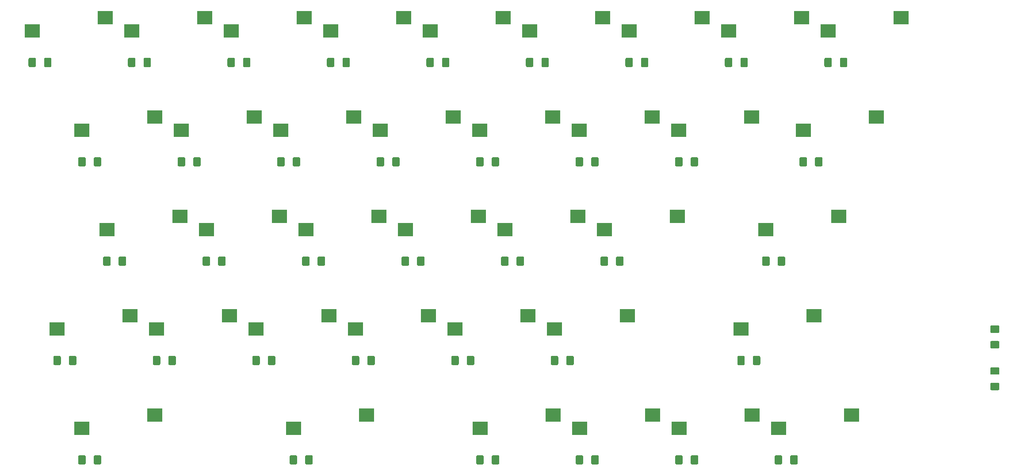
<source format=gbp>
G04 #@! TF.GenerationSoftware,KiCad,Pcbnew,(5.0.2)-1*
G04 #@! TF.CreationDate,2019-03-03T00:18:13+09:00*
G04 #@! TF.ProjectId,pakbd,70616b62-642e-46b6-9963-61645f706362,3*
G04 #@! TF.SameCoordinates,Original*
G04 #@! TF.FileFunction,Paste,Bot*
G04 #@! TF.FilePolarity,Positive*
%FSLAX46Y46*%
G04 Gerber Fmt 4.6, Leading zero omitted, Abs format (unit mm)*
G04 Created by KiCad (PCBNEW (5.0.2)-1) date 2019/03/03 0:18:13*
%MOMM*%
%LPD*%
G01*
G04 APERTURE LIST*
%ADD10R,3.000000X2.500000*%
%ADD11C,0.100000*%
%ADD12C,1.425000*%
G04 APERTURE END LIST*
D10*
G04 #@! TO.C,SW63*
X314709500Y-106230000D03*
X300739500Y-108770000D03*
G04 #@! TD*
G04 #@! TO.C,SW60*
X219444500Y-106230000D03*
X205474500Y-108770000D03*
G04 #@! TD*
G04 #@! TO.C,SW65*
X338839500Y-108770000D03*
X352809500Y-106230000D03*
G04 #@! TD*
G04 #@! TO.C,SW61*
X245962000Y-108770000D03*
X259932000Y-106230000D03*
G04 #@! TD*
G04 #@! TO.C,SW62*
X295659500Y-106230000D03*
X281689500Y-108770000D03*
G04 #@! TD*
G04 #@! TO.C,SW64*
X319789500Y-108770000D03*
X333759500Y-106230000D03*
G04 #@! TD*
D11*
G04 #@! TO.C,D38*
G36*
X225012004Y-56796204D02*
X225036273Y-56799804D01*
X225060071Y-56805765D01*
X225083171Y-56814030D01*
X225105349Y-56824520D01*
X225126393Y-56837133D01*
X225146098Y-56851747D01*
X225164277Y-56868223D01*
X225180753Y-56886402D01*
X225195367Y-56906107D01*
X225207980Y-56927151D01*
X225218470Y-56949329D01*
X225226735Y-56972429D01*
X225232696Y-56996227D01*
X225236296Y-57020496D01*
X225237500Y-57045000D01*
X225237500Y-58295000D01*
X225236296Y-58319504D01*
X225232696Y-58343773D01*
X225226735Y-58367571D01*
X225218470Y-58390671D01*
X225207980Y-58412849D01*
X225195367Y-58433893D01*
X225180753Y-58453598D01*
X225164277Y-58471777D01*
X225146098Y-58488253D01*
X225126393Y-58502867D01*
X225105349Y-58515480D01*
X225083171Y-58525970D01*
X225060071Y-58534235D01*
X225036273Y-58540196D01*
X225012004Y-58543796D01*
X224987500Y-58545000D01*
X224062500Y-58545000D01*
X224037996Y-58543796D01*
X224013727Y-58540196D01*
X223989929Y-58534235D01*
X223966829Y-58525970D01*
X223944651Y-58515480D01*
X223923607Y-58502867D01*
X223903902Y-58488253D01*
X223885723Y-58471777D01*
X223869247Y-58453598D01*
X223854633Y-58433893D01*
X223842020Y-58412849D01*
X223831530Y-58390671D01*
X223823265Y-58367571D01*
X223817304Y-58343773D01*
X223813704Y-58319504D01*
X223812500Y-58295000D01*
X223812500Y-57045000D01*
X223813704Y-57020496D01*
X223817304Y-56996227D01*
X223823265Y-56972429D01*
X223831530Y-56949329D01*
X223842020Y-56927151D01*
X223854633Y-56906107D01*
X223869247Y-56886402D01*
X223885723Y-56868223D01*
X223903902Y-56851747D01*
X223923607Y-56837133D01*
X223944651Y-56824520D01*
X223966829Y-56814030D01*
X223989929Y-56805765D01*
X224013727Y-56799804D01*
X224037996Y-56796204D01*
X224062500Y-56795000D01*
X224987500Y-56795000D01*
X225012004Y-56796204D01*
X225012004Y-56796204D01*
G37*
D12*
X224525000Y-57670000D03*
D11*
G36*
X227987004Y-56796204D02*
X228011273Y-56799804D01*
X228035071Y-56805765D01*
X228058171Y-56814030D01*
X228080349Y-56824520D01*
X228101393Y-56837133D01*
X228121098Y-56851747D01*
X228139277Y-56868223D01*
X228155753Y-56886402D01*
X228170367Y-56906107D01*
X228182980Y-56927151D01*
X228193470Y-56949329D01*
X228201735Y-56972429D01*
X228207696Y-56996227D01*
X228211296Y-57020496D01*
X228212500Y-57045000D01*
X228212500Y-58295000D01*
X228211296Y-58319504D01*
X228207696Y-58343773D01*
X228201735Y-58367571D01*
X228193470Y-58390671D01*
X228182980Y-58412849D01*
X228170367Y-58433893D01*
X228155753Y-58453598D01*
X228139277Y-58471777D01*
X228121098Y-58488253D01*
X228101393Y-58502867D01*
X228080349Y-58515480D01*
X228058171Y-58525970D01*
X228035071Y-58534235D01*
X228011273Y-58540196D01*
X227987004Y-58543796D01*
X227962500Y-58545000D01*
X227037500Y-58545000D01*
X227012996Y-58543796D01*
X226988727Y-58540196D01*
X226964929Y-58534235D01*
X226941829Y-58525970D01*
X226919651Y-58515480D01*
X226898607Y-58502867D01*
X226878902Y-58488253D01*
X226860723Y-58471777D01*
X226844247Y-58453598D01*
X226829633Y-58433893D01*
X226817020Y-58412849D01*
X226806530Y-58390671D01*
X226798265Y-58367571D01*
X226792304Y-58343773D01*
X226788704Y-58319504D01*
X226787500Y-58295000D01*
X226787500Y-57045000D01*
X226788704Y-57020496D01*
X226792304Y-56996227D01*
X226798265Y-56972429D01*
X226806530Y-56949329D01*
X226817020Y-56927151D01*
X226829633Y-56906107D01*
X226844247Y-56886402D01*
X226860723Y-56868223D01*
X226878902Y-56851747D01*
X226898607Y-56837133D01*
X226919651Y-56824520D01*
X226941829Y-56814030D01*
X226964929Y-56805765D01*
X226988727Y-56799804D01*
X227012996Y-56796204D01*
X227037500Y-56795000D01*
X227962500Y-56795000D01*
X227987004Y-56796204D01*
X227987004Y-56796204D01*
G37*
D12*
X227500000Y-57670000D03*
G04 #@! TD*
D11*
G04 #@! TO.C,D29*
G36*
X196437004Y-37746204D02*
X196461273Y-37749804D01*
X196485071Y-37755765D01*
X196508171Y-37764030D01*
X196530349Y-37774520D01*
X196551393Y-37787133D01*
X196571098Y-37801747D01*
X196589277Y-37818223D01*
X196605753Y-37836402D01*
X196620367Y-37856107D01*
X196632980Y-37877151D01*
X196643470Y-37899329D01*
X196651735Y-37922429D01*
X196657696Y-37946227D01*
X196661296Y-37970496D01*
X196662500Y-37995000D01*
X196662500Y-39245000D01*
X196661296Y-39269504D01*
X196657696Y-39293773D01*
X196651735Y-39317571D01*
X196643470Y-39340671D01*
X196632980Y-39362849D01*
X196620367Y-39383893D01*
X196605753Y-39403598D01*
X196589277Y-39421777D01*
X196571098Y-39438253D01*
X196551393Y-39452867D01*
X196530349Y-39465480D01*
X196508171Y-39475970D01*
X196485071Y-39484235D01*
X196461273Y-39490196D01*
X196437004Y-39493796D01*
X196412500Y-39495000D01*
X195487500Y-39495000D01*
X195462996Y-39493796D01*
X195438727Y-39490196D01*
X195414929Y-39484235D01*
X195391829Y-39475970D01*
X195369651Y-39465480D01*
X195348607Y-39452867D01*
X195328902Y-39438253D01*
X195310723Y-39421777D01*
X195294247Y-39403598D01*
X195279633Y-39383893D01*
X195267020Y-39362849D01*
X195256530Y-39340671D01*
X195248265Y-39317571D01*
X195242304Y-39293773D01*
X195238704Y-39269504D01*
X195237500Y-39245000D01*
X195237500Y-37995000D01*
X195238704Y-37970496D01*
X195242304Y-37946227D01*
X195248265Y-37922429D01*
X195256530Y-37899329D01*
X195267020Y-37877151D01*
X195279633Y-37856107D01*
X195294247Y-37836402D01*
X195310723Y-37818223D01*
X195328902Y-37801747D01*
X195348607Y-37787133D01*
X195369651Y-37774520D01*
X195391829Y-37764030D01*
X195414929Y-37755765D01*
X195438727Y-37749804D01*
X195462996Y-37746204D01*
X195487500Y-37745000D01*
X196412500Y-37745000D01*
X196437004Y-37746204D01*
X196437004Y-37746204D01*
G37*
D12*
X195950000Y-38620000D03*
D11*
G36*
X199412004Y-37746204D02*
X199436273Y-37749804D01*
X199460071Y-37755765D01*
X199483171Y-37764030D01*
X199505349Y-37774520D01*
X199526393Y-37787133D01*
X199546098Y-37801747D01*
X199564277Y-37818223D01*
X199580753Y-37836402D01*
X199595367Y-37856107D01*
X199607980Y-37877151D01*
X199618470Y-37899329D01*
X199626735Y-37922429D01*
X199632696Y-37946227D01*
X199636296Y-37970496D01*
X199637500Y-37995000D01*
X199637500Y-39245000D01*
X199636296Y-39269504D01*
X199632696Y-39293773D01*
X199626735Y-39317571D01*
X199618470Y-39340671D01*
X199607980Y-39362849D01*
X199595367Y-39383893D01*
X199580753Y-39403598D01*
X199564277Y-39421777D01*
X199546098Y-39438253D01*
X199526393Y-39452867D01*
X199505349Y-39465480D01*
X199483171Y-39475970D01*
X199460071Y-39484235D01*
X199436273Y-39490196D01*
X199412004Y-39493796D01*
X199387500Y-39495000D01*
X198462500Y-39495000D01*
X198437996Y-39493796D01*
X198413727Y-39490196D01*
X198389929Y-39484235D01*
X198366829Y-39475970D01*
X198344651Y-39465480D01*
X198323607Y-39452867D01*
X198303902Y-39438253D01*
X198285723Y-39421777D01*
X198269247Y-39403598D01*
X198254633Y-39383893D01*
X198242020Y-39362849D01*
X198231530Y-39340671D01*
X198223265Y-39317571D01*
X198217304Y-39293773D01*
X198213704Y-39269504D01*
X198212500Y-39245000D01*
X198212500Y-37995000D01*
X198213704Y-37970496D01*
X198217304Y-37946227D01*
X198223265Y-37922429D01*
X198231530Y-37899329D01*
X198242020Y-37877151D01*
X198254633Y-37856107D01*
X198269247Y-37836402D01*
X198285723Y-37818223D01*
X198303902Y-37801747D01*
X198323607Y-37787133D01*
X198344651Y-37774520D01*
X198366829Y-37764030D01*
X198389929Y-37755765D01*
X198413727Y-37749804D01*
X198437996Y-37746204D01*
X198462500Y-37745000D01*
X199387500Y-37745000D01*
X199412004Y-37746204D01*
X199412004Y-37746204D01*
G37*
D12*
X198925000Y-38620000D03*
G04 #@! TD*
D11*
G04 #@! TO.C,D30*
G36*
X218462004Y-37746204D02*
X218486273Y-37749804D01*
X218510071Y-37755765D01*
X218533171Y-37764030D01*
X218555349Y-37774520D01*
X218576393Y-37787133D01*
X218596098Y-37801747D01*
X218614277Y-37818223D01*
X218630753Y-37836402D01*
X218645367Y-37856107D01*
X218657980Y-37877151D01*
X218668470Y-37899329D01*
X218676735Y-37922429D01*
X218682696Y-37946227D01*
X218686296Y-37970496D01*
X218687500Y-37995000D01*
X218687500Y-39245000D01*
X218686296Y-39269504D01*
X218682696Y-39293773D01*
X218676735Y-39317571D01*
X218668470Y-39340671D01*
X218657980Y-39362849D01*
X218645367Y-39383893D01*
X218630753Y-39403598D01*
X218614277Y-39421777D01*
X218596098Y-39438253D01*
X218576393Y-39452867D01*
X218555349Y-39465480D01*
X218533171Y-39475970D01*
X218510071Y-39484235D01*
X218486273Y-39490196D01*
X218462004Y-39493796D01*
X218437500Y-39495000D01*
X217512500Y-39495000D01*
X217487996Y-39493796D01*
X217463727Y-39490196D01*
X217439929Y-39484235D01*
X217416829Y-39475970D01*
X217394651Y-39465480D01*
X217373607Y-39452867D01*
X217353902Y-39438253D01*
X217335723Y-39421777D01*
X217319247Y-39403598D01*
X217304633Y-39383893D01*
X217292020Y-39362849D01*
X217281530Y-39340671D01*
X217273265Y-39317571D01*
X217267304Y-39293773D01*
X217263704Y-39269504D01*
X217262500Y-39245000D01*
X217262500Y-37995000D01*
X217263704Y-37970496D01*
X217267304Y-37946227D01*
X217273265Y-37922429D01*
X217281530Y-37899329D01*
X217292020Y-37877151D01*
X217304633Y-37856107D01*
X217319247Y-37836402D01*
X217335723Y-37818223D01*
X217353902Y-37801747D01*
X217373607Y-37787133D01*
X217394651Y-37774520D01*
X217416829Y-37764030D01*
X217439929Y-37755765D01*
X217463727Y-37749804D01*
X217487996Y-37746204D01*
X217512500Y-37745000D01*
X218437500Y-37745000D01*
X218462004Y-37746204D01*
X218462004Y-37746204D01*
G37*
D12*
X217975000Y-38620000D03*
D11*
G36*
X215487004Y-37746204D02*
X215511273Y-37749804D01*
X215535071Y-37755765D01*
X215558171Y-37764030D01*
X215580349Y-37774520D01*
X215601393Y-37787133D01*
X215621098Y-37801747D01*
X215639277Y-37818223D01*
X215655753Y-37836402D01*
X215670367Y-37856107D01*
X215682980Y-37877151D01*
X215693470Y-37899329D01*
X215701735Y-37922429D01*
X215707696Y-37946227D01*
X215711296Y-37970496D01*
X215712500Y-37995000D01*
X215712500Y-39245000D01*
X215711296Y-39269504D01*
X215707696Y-39293773D01*
X215701735Y-39317571D01*
X215693470Y-39340671D01*
X215682980Y-39362849D01*
X215670367Y-39383893D01*
X215655753Y-39403598D01*
X215639277Y-39421777D01*
X215621098Y-39438253D01*
X215601393Y-39452867D01*
X215580349Y-39465480D01*
X215558171Y-39475970D01*
X215535071Y-39484235D01*
X215511273Y-39490196D01*
X215487004Y-39493796D01*
X215462500Y-39495000D01*
X214537500Y-39495000D01*
X214512996Y-39493796D01*
X214488727Y-39490196D01*
X214464929Y-39484235D01*
X214441829Y-39475970D01*
X214419651Y-39465480D01*
X214398607Y-39452867D01*
X214378902Y-39438253D01*
X214360723Y-39421777D01*
X214344247Y-39403598D01*
X214329633Y-39383893D01*
X214317020Y-39362849D01*
X214306530Y-39340671D01*
X214298265Y-39317571D01*
X214292304Y-39293773D01*
X214288704Y-39269504D01*
X214287500Y-39245000D01*
X214287500Y-37995000D01*
X214288704Y-37970496D01*
X214292304Y-37946227D01*
X214298265Y-37922429D01*
X214306530Y-37899329D01*
X214317020Y-37877151D01*
X214329633Y-37856107D01*
X214344247Y-37836402D01*
X214360723Y-37818223D01*
X214378902Y-37801747D01*
X214398607Y-37787133D01*
X214419651Y-37774520D01*
X214441829Y-37764030D01*
X214464929Y-37755765D01*
X214488727Y-37749804D01*
X214512996Y-37746204D01*
X214537500Y-37745000D01*
X215462500Y-37745000D01*
X215487004Y-37746204D01*
X215487004Y-37746204D01*
G37*
D12*
X215000000Y-38620000D03*
G04 #@! TD*
D11*
G04 #@! TO.C,D33*
G36*
X272637004Y-37746204D02*
X272661273Y-37749804D01*
X272685071Y-37755765D01*
X272708171Y-37764030D01*
X272730349Y-37774520D01*
X272751393Y-37787133D01*
X272771098Y-37801747D01*
X272789277Y-37818223D01*
X272805753Y-37836402D01*
X272820367Y-37856107D01*
X272832980Y-37877151D01*
X272843470Y-37899329D01*
X272851735Y-37922429D01*
X272857696Y-37946227D01*
X272861296Y-37970496D01*
X272862500Y-37995000D01*
X272862500Y-39245000D01*
X272861296Y-39269504D01*
X272857696Y-39293773D01*
X272851735Y-39317571D01*
X272843470Y-39340671D01*
X272832980Y-39362849D01*
X272820367Y-39383893D01*
X272805753Y-39403598D01*
X272789277Y-39421777D01*
X272771098Y-39438253D01*
X272751393Y-39452867D01*
X272730349Y-39465480D01*
X272708171Y-39475970D01*
X272685071Y-39484235D01*
X272661273Y-39490196D01*
X272637004Y-39493796D01*
X272612500Y-39495000D01*
X271687500Y-39495000D01*
X271662996Y-39493796D01*
X271638727Y-39490196D01*
X271614929Y-39484235D01*
X271591829Y-39475970D01*
X271569651Y-39465480D01*
X271548607Y-39452867D01*
X271528902Y-39438253D01*
X271510723Y-39421777D01*
X271494247Y-39403598D01*
X271479633Y-39383893D01*
X271467020Y-39362849D01*
X271456530Y-39340671D01*
X271448265Y-39317571D01*
X271442304Y-39293773D01*
X271438704Y-39269504D01*
X271437500Y-39245000D01*
X271437500Y-37995000D01*
X271438704Y-37970496D01*
X271442304Y-37946227D01*
X271448265Y-37922429D01*
X271456530Y-37899329D01*
X271467020Y-37877151D01*
X271479633Y-37856107D01*
X271494247Y-37836402D01*
X271510723Y-37818223D01*
X271528902Y-37801747D01*
X271548607Y-37787133D01*
X271569651Y-37774520D01*
X271591829Y-37764030D01*
X271614929Y-37755765D01*
X271638727Y-37749804D01*
X271662996Y-37746204D01*
X271687500Y-37745000D01*
X272612500Y-37745000D01*
X272637004Y-37746204D01*
X272637004Y-37746204D01*
G37*
D12*
X272150000Y-38620000D03*
D11*
G36*
X275612004Y-37746204D02*
X275636273Y-37749804D01*
X275660071Y-37755765D01*
X275683171Y-37764030D01*
X275705349Y-37774520D01*
X275726393Y-37787133D01*
X275746098Y-37801747D01*
X275764277Y-37818223D01*
X275780753Y-37836402D01*
X275795367Y-37856107D01*
X275807980Y-37877151D01*
X275818470Y-37899329D01*
X275826735Y-37922429D01*
X275832696Y-37946227D01*
X275836296Y-37970496D01*
X275837500Y-37995000D01*
X275837500Y-39245000D01*
X275836296Y-39269504D01*
X275832696Y-39293773D01*
X275826735Y-39317571D01*
X275818470Y-39340671D01*
X275807980Y-39362849D01*
X275795367Y-39383893D01*
X275780753Y-39403598D01*
X275764277Y-39421777D01*
X275746098Y-39438253D01*
X275726393Y-39452867D01*
X275705349Y-39465480D01*
X275683171Y-39475970D01*
X275660071Y-39484235D01*
X275636273Y-39490196D01*
X275612004Y-39493796D01*
X275587500Y-39495000D01*
X274662500Y-39495000D01*
X274637996Y-39493796D01*
X274613727Y-39490196D01*
X274589929Y-39484235D01*
X274566829Y-39475970D01*
X274544651Y-39465480D01*
X274523607Y-39452867D01*
X274503902Y-39438253D01*
X274485723Y-39421777D01*
X274469247Y-39403598D01*
X274454633Y-39383893D01*
X274442020Y-39362849D01*
X274431530Y-39340671D01*
X274423265Y-39317571D01*
X274417304Y-39293773D01*
X274413704Y-39269504D01*
X274412500Y-39245000D01*
X274412500Y-37995000D01*
X274413704Y-37970496D01*
X274417304Y-37946227D01*
X274423265Y-37922429D01*
X274431530Y-37899329D01*
X274442020Y-37877151D01*
X274454633Y-37856107D01*
X274469247Y-37836402D01*
X274485723Y-37818223D01*
X274503902Y-37801747D01*
X274523607Y-37787133D01*
X274544651Y-37774520D01*
X274566829Y-37764030D01*
X274589929Y-37755765D01*
X274613727Y-37749804D01*
X274637996Y-37746204D01*
X274662500Y-37745000D01*
X275587500Y-37745000D01*
X275612004Y-37746204D01*
X275612004Y-37746204D01*
G37*
D12*
X275125000Y-38620000D03*
G04 #@! TD*
D11*
G04 #@! TO.C,D31*
G36*
X234537004Y-37746204D02*
X234561273Y-37749804D01*
X234585071Y-37755765D01*
X234608171Y-37764030D01*
X234630349Y-37774520D01*
X234651393Y-37787133D01*
X234671098Y-37801747D01*
X234689277Y-37818223D01*
X234705753Y-37836402D01*
X234720367Y-37856107D01*
X234732980Y-37877151D01*
X234743470Y-37899329D01*
X234751735Y-37922429D01*
X234757696Y-37946227D01*
X234761296Y-37970496D01*
X234762500Y-37995000D01*
X234762500Y-39245000D01*
X234761296Y-39269504D01*
X234757696Y-39293773D01*
X234751735Y-39317571D01*
X234743470Y-39340671D01*
X234732980Y-39362849D01*
X234720367Y-39383893D01*
X234705753Y-39403598D01*
X234689277Y-39421777D01*
X234671098Y-39438253D01*
X234651393Y-39452867D01*
X234630349Y-39465480D01*
X234608171Y-39475970D01*
X234585071Y-39484235D01*
X234561273Y-39490196D01*
X234537004Y-39493796D01*
X234512500Y-39495000D01*
X233587500Y-39495000D01*
X233562996Y-39493796D01*
X233538727Y-39490196D01*
X233514929Y-39484235D01*
X233491829Y-39475970D01*
X233469651Y-39465480D01*
X233448607Y-39452867D01*
X233428902Y-39438253D01*
X233410723Y-39421777D01*
X233394247Y-39403598D01*
X233379633Y-39383893D01*
X233367020Y-39362849D01*
X233356530Y-39340671D01*
X233348265Y-39317571D01*
X233342304Y-39293773D01*
X233338704Y-39269504D01*
X233337500Y-39245000D01*
X233337500Y-37995000D01*
X233338704Y-37970496D01*
X233342304Y-37946227D01*
X233348265Y-37922429D01*
X233356530Y-37899329D01*
X233367020Y-37877151D01*
X233379633Y-37856107D01*
X233394247Y-37836402D01*
X233410723Y-37818223D01*
X233428902Y-37801747D01*
X233448607Y-37787133D01*
X233469651Y-37774520D01*
X233491829Y-37764030D01*
X233514929Y-37755765D01*
X233538727Y-37749804D01*
X233562996Y-37746204D01*
X233587500Y-37745000D01*
X234512500Y-37745000D01*
X234537004Y-37746204D01*
X234537004Y-37746204D01*
G37*
D12*
X234050000Y-38620000D03*
D11*
G36*
X237512004Y-37746204D02*
X237536273Y-37749804D01*
X237560071Y-37755765D01*
X237583171Y-37764030D01*
X237605349Y-37774520D01*
X237626393Y-37787133D01*
X237646098Y-37801747D01*
X237664277Y-37818223D01*
X237680753Y-37836402D01*
X237695367Y-37856107D01*
X237707980Y-37877151D01*
X237718470Y-37899329D01*
X237726735Y-37922429D01*
X237732696Y-37946227D01*
X237736296Y-37970496D01*
X237737500Y-37995000D01*
X237737500Y-39245000D01*
X237736296Y-39269504D01*
X237732696Y-39293773D01*
X237726735Y-39317571D01*
X237718470Y-39340671D01*
X237707980Y-39362849D01*
X237695367Y-39383893D01*
X237680753Y-39403598D01*
X237664277Y-39421777D01*
X237646098Y-39438253D01*
X237626393Y-39452867D01*
X237605349Y-39465480D01*
X237583171Y-39475970D01*
X237560071Y-39484235D01*
X237536273Y-39490196D01*
X237512004Y-39493796D01*
X237487500Y-39495000D01*
X236562500Y-39495000D01*
X236537996Y-39493796D01*
X236513727Y-39490196D01*
X236489929Y-39484235D01*
X236466829Y-39475970D01*
X236444651Y-39465480D01*
X236423607Y-39452867D01*
X236403902Y-39438253D01*
X236385723Y-39421777D01*
X236369247Y-39403598D01*
X236354633Y-39383893D01*
X236342020Y-39362849D01*
X236331530Y-39340671D01*
X236323265Y-39317571D01*
X236317304Y-39293773D01*
X236313704Y-39269504D01*
X236312500Y-39245000D01*
X236312500Y-37995000D01*
X236313704Y-37970496D01*
X236317304Y-37946227D01*
X236323265Y-37922429D01*
X236331530Y-37899329D01*
X236342020Y-37877151D01*
X236354633Y-37856107D01*
X236369247Y-37836402D01*
X236385723Y-37818223D01*
X236403902Y-37801747D01*
X236423607Y-37787133D01*
X236444651Y-37774520D01*
X236466829Y-37764030D01*
X236489929Y-37755765D01*
X236513727Y-37749804D01*
X236537996Y-37746204D01*
X236562500Y-37745000D01*
X237487500Y-37745000D01*
X237512004Y-37746204D01*
X237512004Y-37746204D01*
G37*
D12*
X237025000Y-38620000D03*
G04 #@! TD*
D11*
G04 #@! TO.C,D32*
G36*
X256562004Y-37746204D02*
X256586273Y-37749804D01*
X256610071Y-37755765D01*
X256633171Y-37764030D01*
X256655349Y-37774520D01*
X256676393Y-37787133D01*
X256696098Y-37801747D01*
X256714277Y-37818223D01*
X256730753Y-37836402D01*
X256745367Y-37856107D01*
X256757980Y-37877151D01*
X256768470Y-37899329D01*
X256776735Y-37922429D01*
X256782696Y-37946227D01*
X256786296Y-37970496D01*
X256787500Y-37995000D01*
X256787500Y-39245000D01*
X256786296Y-39269504D01*
X256782696Y-39293773D01*
X256776735Y-39317571D01*
X256768470Y-39340671D01*
X256757980Y-39362849D01*
X256745367Y-39383893D01*
X256730753Y-39403598D01*
X256714277Y-39421777D01*
X256696098Y-39438253D01*
X256676393Y-39452867D01*
X256655349Y-39465480D01*
X256633171Y-39475970D01*
X256610071Y-39484235D01*
X256586273Y-39490196D01*
X256562004Y-39493796D01*
X256537500Y-39495000D01*
X255612500Y-39495000D01*
X255587996Y-39493796D01*
X255563727Y-39490196D01*
X255539929Y-39484235D01*
X255516829Y-39475970D01*
X255494651Y-39465480D01*
X255473607Y-39452867D01*
X255453902Y-39438253D01*
X255435723Y-39421777D01*
X255419247Y-39403598D01*
X255404633Y-39383893D01*
X255392020Y-39362849D01*
X255381530Y-39340671D01*
X255373265Y-39317571D01*
X255367304Y-39293773D01*
X255363704Y-39269504D01*
X255362500Y-39245000D01*
X255362500Y-37995000D01*
X255363704Y-37970496D01*
X255367304Y-37946227D01*
X255373265Y-37922429D01*
X255381530Y-37899329D01*
X255392020Y-37877151D01*
X255404633Y-37856107D01*
X255419247Y-37836402D01*
X255435723Y-37818223D01*
X255453902Y-37801747D01*
X255473607Y-37787133D01*
X255494651Y-37774520D01*
X255516829Y-37764030D01*
X255539929Y-37755765D01*
X255563727Y-37749804D01*
X255587996Y-37746204D01*
X255612500Y-37745000D01*
X256537500Y-37745000D01*
X256562004Y-37746204D01*
X256562004Y-37746204D01*
G37*
D12*
X256075000Y-38620000D03*
D11*
G36*
X253587004Y-37746204D02*
X253611273Y-37749804D01*
X253635071Y-37755765D01*
X253658171Y-37764030D01*
X253680349Y-37774520D01*
X253701393Y-37787133D01*
X253721098Y-37801747D01*
X253739277Y-37818223D01*
X253755753Y-37836402D01*
X253770367Y-37856107D01*
X253782980Y-37877151D01*
X253793470Y-37899329D01*
X253801735Y-37922429D01*
X253807696Y-37946227D01*
X253811296Y-37970496D01*
X253812500Y-37995000D01*
X253812500Y-39245000D01*
X253811296Y-39269504D01*
X253807696Y-39293773D01*
X253801735Y-39317571D01*
X253793470Y-39340671D01*
X253782980Y-39362849D01*
X253770367Y-39383893D01*
X253755753Y-39403598D01*
X253739277Y-39421777D01*
X253721098Y-39438253D01*
X253701393Y-39452867D01*
X253680349Y-39465480D01*
X253658171Y-39475970D01*
X253635071Y-39484235D01*
X253611273Y-39490196D01*
X253587004Y-39493796D01*
X253562500Y-39495000D01*
X252637500Y-39495000D01*
X252612996Y-39493796D01*
X252588727Y-39490196D01*
X252564929Y-39484235D01*
X252541829Y-39475970D01*
X252519651Y-39465480D01*
X252498607Y-39452867D01*
X252478902Y-39438253D01*
X252460723Y-39421777D01*
X252444247Y-39403598D01*
X252429633Y-39383893D01*
X252417020Y-39362849D01*
X252406530Y-39340671D01*
X252398265Y-39317571D01*
X252392304Y-39293773D01*
X252388704Y-39269504D01*
X252387500Y-39245000D01*
X252387500Y-37995000D01*
X252388704Y-37970496D01*
X252392304Y-37946227D01*
X252398265Y-37922429D01*
X252406530Y-37899329D01*
X252417020Y-37877151D01*
X252429633Y-37856107D01*
X252444247Y-37836402D01*
X252460723Y-37818223D01*
X252478902Y-37801747D01*
X252498607Y-37787133D01*
X252519651Y-37774520D01*
X252541829Y-37764030D01*
X252564929Y-37755765D01*
X252588727Y-37749804D01*
X252612996Y-37746204D01*
X252637500Y-37745000D01*
X253562500Y-37745000D01*
X253587004Y-37746204D01*
X253587004Y-37746204D01*
G37*
D12*
X253100000Y-38620000D03*
G04 #@! TD*
D11*
G04 #@! TO.C,D34*
G36*
X294662004Y-37746204D02*
X294686273Y-37749804D01*
X294710071Y-37755765D01*
X294733171Y-37764030D01*
X294755349Y-37774520D01*
X294776393Y-37787133D01*
X294796098Y-37801747D01*
X294814277Y-37818223D01*
X294830753Y-37836402D01*
X294845367Y-37856107D01*
X294857980Y-37877151D01*
X294868470Y-37899329D01*
X294876735Y-37922429D01*
X294882696Y-37946227D01*
X294886296Y-37970496D01*
X294887500Y-37995000D01*
X294887500Y-39245000D01*
X294886296Y-39269504D01*
X294882696Y-39293773D01*
X294876735Y-39317571D01*
X294868470Y-39340671D01*
X294857980Y-39362849D01*
X294845367Y-39383893D01*
X294830753Y-39403598D01*
X294814277Y-39421777D01*
X294796098Y-39438253D01*
X294776393Y-39452867D01*
X294755349Y-39465480D01*
X294733171Y-39475970D01*
X294710071Y-39484235D01*
X294686273Y-39490196D01*
X294662004Y-39493796D01*
X294637500Y-39495000D01*
X293712500Y-39495000D01*
X293687996Y-39493796D01*
X293663727Y-39490196D01*
X293639929Y-39484235D01*
X293616829Y-39475970D01*
X293594651Y-39465480D01*
X293573607Y-39452867D01*
X293553902Y-39438253D01*
X293535723Y-39421777D01*
X293519247Y-39403598D01*
X293504633Y-39383893D01*
X293492020Y-39362849D01*
X293481530Y-39340671D01*
X293473265Y-39317571D01*
X293467304Y-39293773D01*
X293463704Y-39269504D01*
X293462500Y-39245000D01*
X293462500Y-37995000D01*
X293463704Y-37970496D01*
X293467304Y-37946227D01*
X293473265Y-37922429D01*
X293481530Y-37899329D01*
X293492020Y-37877151D01*
X293504633Y-37856107D01*
X293519247Y-37836402D01*
X293535723Y-37818223D01*
X293553902Y-37801747D01*
X293573607Y-37787133D01*
X293594651Y-37774520D01*
X293616829Y-37764030D01*
X293639929Y-37755765D01*
X293663727Y-37749804D01*
X293687996Y-37746204D01*
X293712500Y-37745000D01*
X294637500Y-37745000D01*
X294662004Y-37746204D01*
X294662004Y-37746204D01*
G37*
D12*
X294175000Y-38620000D03*
D11*
G36*
X291687004Y-37746204D02*
X291711273Y-37749804D01*
X291735071Y-37755765D01*
X291758171Y-37764030D01*
X291780349Y-37774520D01*
X291801393Y-37787133D01*
X291821098Y-37801747D01*
X291839277Y-37818223D01*
X291855753Y-37836402D01*
X291870367Y-37856107D01*
X291882980Y-37877151D01*
X291893470Y-37899329D01*
X291901735Y-37922429D01*
X291907696Y-37946227D01*
X291911296Y-37970496D01*
X291912500Y-37995000D01*
X291912500Y-39245000D01*
X291911296Y-39269504D01*
X291907696Y-39293773D01*
X291901735Y-39317571D01*
X291893470Y-39340671D01*
X291882980Y-39362849D01*
X291870367Y-39383893D01*
X291855753Y-39403598D01*
X291839277Y-39421777D01*
X291821098Y-39438253D01*
X291801393Y-39452867D01*
X291780349Y-39465480D01*
X291758171Y-39475970D01*
X291735071Y-39484235D01*
X291711273Y-39490196D01*
X291687004Y-39493796D01*
X291662500Y-39495000D01*
X290737500Y-39495000D01*
X290712996Y-39493796D01*
X290688727Y-39490196D01*
X290664929Y-39484235D01*
X290641829Y-39475970D01*
X290619651Y-39465480D01*
X290598607Y-39452867D01*
X290578902Y-39438253D01*
X290560723Y-39421777D01*
X290544247Y-39403598D01*
X290529633Y-39383893D01*
X290517020Y-39362849D01*
X290506530Y-39340671D01*
X290498265Y-39317571D01*
X290492304Y-39293773D01*
X290488704Y-39269504D01*
X290487500Y-39245000D01*
X290487500Y-37995000D01*
X290488704Y-37970496D01*
X290492304Y-37946227D01*
X290498265Y-37922429D01*
X290506530Y-37899329D01*
X290517020Y-37877151D01*
X290529633Y-37856107D01*
X290544247Y-37836402D01*
X290560723Y-37818223D01*
X290578902Y-37801747D01*
X290598607Y-37787133D01*
X290619651Y-37774520D01*
X290641829Y-37764030D01*
X290664929Y-37755765D01*
X290688727Y-37749804D01*
X290712996Y-37746204D01*
X290737500Y-37745000D01*
X291662500Y-37745000D01*
X291687004Y-37746204D01*
X291687004Y-37746204D01*
G37*
D12*
X291200000Y-38620000D03*
G04 #@! TD*
D11*
G04 #@! TO.C,D35*
G36*
X310737004Y-37746204D02*
X310761273Y-37749804D01*
X310785071Y-37755765D01*
X310808171Y-37764030D01*
X310830349Y-37774520D01*
X310851393Y-37787133D01*
X310871098Y-37801747D01*
X310889277Y-37818223D01*
X310905753Y-37836402D01*
X310920367Y-37856107D01*
X310932980Y-37877151D01*
X310943470Y-37899329D01*
X310951735Y-37922429D01*
X310957696Y-37946227D01*
X310961296Y-37970496D01*
X310962500Y-37995000D01*
X310962500Y-39245000D01*
X310961296Y-39269504D01*
X310957696Y-39293773D01*
X310951735Y-39317571D01*
X310943470Y-39340671D01*
X310932980Y-39362849D01*
X310920367Y-39383893D01*
X310905753Y-39403598D01*
X310889277Y-39421777D01*
X310871098Y-39438253D01*
X310851393Y-39452867D01*
X310830349Y-39465480D01*
X310808171Y-39475970D01*
X310785071Y-39484235D01*
X310761273Y-39490196D01*
X310737004Y-39493796D01*
X310712500Y-39495000D01*
X309787500Y-39495000D01*
X309762996Y-39493796D01*
X309738727Y-39490196D01*
X309714929Y-39484235D01*
X309691829Y-39475970D01*
X309669651Y-39465480D01*
X309648607Y-39452867D01*
X309628902Y-39438253D01*
X309610723Y-39421777D01*
X309594247Y-39403598D01*
X309579633Y-39383893D01*
X309567020Y-39362849D01*
X309556530Y-39340671D01*
X309548265Y-39317571D01*
X309542304Y-39293773D01*
X309538704Y-39269504D01*
X309537500Y-39245000D01*
X309537500Y-37995000D01*
X309538704Y-37970496D01*
X309542304Y-37946227D01*
X309548265Y-37922429D01*
X309556530Y-37899329D01*
X309567020Y-37877151D01*
X309579633Y-37856107D01*
X309594247Y-37836402D01*
X309610723Y-37818223D01*
X309628902Y-37801747D01*
X309648607Y-37787133D01*
X309669651Y-37774520D01*
X309691829Y-37764030D01*
X309714929Y-37755765D01*
X309738727Y-37749804D01*
X309762996Y-37746204D01*
X309787500Y-37745000D01*
X310712500Y-37745000D01*
X310737004Y-37746204D01*
X310737004Y-37746204D01*
G37*
D12*
X310250000Y-38620000D03*
D11*
G36*
X313712004Y-37746204D02*
X313736273Y-37749804D01*
X313760071Y-37755765D01*
X313783171Y-37764030D01*
X313805349Y-37774520D01*
X313826393Y-37787133D01*
X313846098Y-37801747D01*
X313864277Y-37818223D01*
X313880753Y-37836402D01*
X313895367Y-37856107D01*
X313907980Y-37877151D01*
X313918470Y-37899329D01*
X313926735Y-37922429D01*
X313932696Y-37946227D01*
X313936296Y-37970496D01*
X313937500Y-37995000D01*
X313937500Y-39245000D01*
X313936296Y-39269504D01*
X313932696Y-39293773D01*
X313926735Y-39317571D01*
X313918470Y-39340671D01*
X313907980Y-39362849D01*
X313895367Y-39383893D01*
X313880753Y-39403598D01*
X313864277Y-39421777D01*
X313846098Y-39438253D01*
X313826393Y-39452867D01*
X313805349Y-39465480D01*
X313783171Y-39475970D01*
X313760071Y-39484235D01*
X313736273Y-39490196D01*
X313712004Y-39493796D01*
X313687500Y-39495000D01*
X312762500Y-39495000D01*
X312737996Y-39493796D01*
X312713727Y-39490196D01*
X312689929Y-39484235D01*
X312666829Y-39475970D01*
X312644651Y-39465480D01*
X312623607Y-39452867D01*
X312603902Y-39438253D01*
X312585723Y-39421777D01*
X312569247Y-39403598D01*
X312554633Y-39383893D01*
X312542020Y-39362849D01*
X312531530Y-39340671D01*
X312523265Y-39317571D01*
X312517304Y-39293773D01*
X312513704Y-39269504D01*
X312512500Y-39245000D01*
X312512500Y-37995000D01*
X312513704Y-37970496D01*
X312517304Y-37946227D01*
X312523265Y-37922429D01*
X312531530Y-37899329D01*
X312542020Y-37877151D01*
X312554633Y-37856107D01*
X312569247Y-37836402D01*
X312585723Y-37818223D01*
X312603902Y-37801747D01*
X312623607Y-37787133D01*
X312644651Y-37774520D01*
X312666829Y-37764030D01*
X312689929Y-37755765D01*
X312713727Y-37749804D01*
X312737996Y-37746204D01*
X312762500Y-37745000D01*
X313687500Y-37745000D01*
X313712004Y-37746204D01*
X313712004Y-37746204D01*
G37*
D12*
X313225000Y-38620000D03*
G04 #@! TD*
D11*
G04 #@! TO.C,D36*
G36*
X332762004Y-37746204D02*
X332786273Y-37749804D01*
X332810071Y-37755765D01*
X332833171Y-37764030D01*
X332855349Y-37774520D01*
X332876393Y-37787133D01*
X332896098Y-37801747D01*
X332914277Y-37818223D01*
X332930753Y-37836402D01*
X332945367Y-37856107D01*
X332957980Y-37877151D01*
X332968470Y-37899329D01*
X332976735Y-37922429D01*
X332982696Y-37946227D01*
X332986296Y-37970496D01*
X332987500Y-37995000D01*
X332987500Y-39245000D01*
X332986296Y-39269504D01*
X332982696Y-39293773D01*
X332976735Y-39317571D01*
X332968470Y-39340671D01*
X332957980Y-39362849D01*
X332945367Y-39383893D01*
X332930753Y-39403598D01*
X332914277Y-39421777D01*
X332896098Y-39438253D01*
X332876393Y-39452867D01*
X332855349Y-39465480D01*
X332833171Y-39475970D01*
X332810071Y-39484235D01*
X332786273Y-39490196D01*
X332762004Y-39493796D01*
X332737500Y-39495000D01*
X331812500Y-39495000D01*
X331787996Y-39493796D01*
X331763727Y-39490196D01*
X331739929Y-39484235D01*
X331716829Y-39475970D01*
X331694651Y-39465480D01*
X331673607Y-39452867D01*
X331653902Y-39438253D01*
X331635723Y-39421777D01*
X331619247Y-39403598D01*
X331604633Y-39383893D01*
X331592020Y-39362849D01*
X331581530Y-39340671D01*
X331573265Y-39317571D01*
X331567304Y-39293773D01*
X331563704Y-39269504D01*
X331562500Y-39245000D01*
X331562500Y-37995000D01*
X331563704Y-37970496D01*
X331567304Y-37946227D01*
X331573265Y-37922429D01*
X331581530Y-37899329D01*
X331592020Y-37877151D01*
X331604633Y-37856107D01*
X331619247Y-37836402D01*
X331635723Y-37818223D01*
X331653902Y-37801747D01*
X331673607Y-37787133D01*
X331694651Y-37774520D01*
X331716829Y-37764030D01*
X331739929Y-37755765D01*
X331763727Y-37749804D01*
X331787996Y-37746204D01*
X331812500Y-37745000D01*
X332737500Y-37745000D01*
X332762004Y-37746204D01*
X332762004Y-37746204D01*
G37*
D12*
X332275000Y-38620000D03*
D11*
G36*
X329787004Y-37746204D02*
X329811273Y-37749804D01*
X329835071Y-37755765D01*
X329858171Y-37764030D01*
X329880349Y-37774520D01*
X329901393Y-37787133D01*
X329921098Y-37801747D01*
X329939277Y-37818223D01*
X329955753Y-37836402D01*
X329970367Y-37856107D01*
X329982980Y-37877151D01*
X329993470Y-37899329D01*
X330001735Y-37922429D01*
X330007696Y-37946227D01*
X330011296Y-37970496D01*
X330012500Y-37995000D01*
X330012500Y-39245000D01*
X330011296Y-39269504D01*
X330007696Y-39293773D01*
X330001735Y-39317571D01*
X329993470Y-39340671D01*
X329982980Y-39362849D01*
X329970367Y-39383893D01*
X329955753Y-39403598D01*
X329939277Y-39421777D01*
X329921098Y-39438253D01*
X329901393Y-39452867D01*
X329880349Y-39465480D01*
X329858171Y-39475970D01*
X329835071Y-39484235D01*
X329811273Y-39490196D01*
X329787004Y-39493796D01*
X329762500Y-39495000D01*
X328837500Y-39495000D01*
X328812996Y-39493796D01*
X328788727Y-39490196D01*
X328764929Y-39484235D01*
X328741829Y-39475970D01*
X328719651Y-39465480D01*
X328698607Y-39452867D01*
X328678902Y-39438253D01*
X328660723Y-39421777D01*
X328644247Y-39403598D01*
X328629633Y-39383893D01*
X328617020Y-39362849D01*
X328606530Y-39340671D01*
X328598265Y-39317571D01*
X328592304Y-39293773D01*
X328588704Y-39269504D01*
X328587500Y-39245000D01*
X328587500Y-37995000D01*
X328588704Y-37970496D01*
X328592304Y-37946227D01*
X328598265Y-37922429D01*
X328606530Y-37899329D01*
X328617020Y-37877151D01*
X328629633Y-37856107D01*
X328644247Y-37836402D01*
X328660723Y-37818223D01*
X328678902Y-37801747D01*
X328698607Y-37787133D01*
X328719651Y-37774520D01*
X328741829Y-37764030D01*
X328764929Y-37755765D01*
X328788727Y-37749804D01*
X328812996Y-37746204D01*
X328837500Y-37745000D01*
X329762500Y-37745000D01*
X329787004Y-37746204D01*
X329787004Y-37746204D01*
G37*
D12*
X329300000Y-38620000D03*
G04 #@! TD*
D11*
G04 #@! TO.C,D37*
G36*
X208937004Y-56796204D02*
X208961273Y-56799804D01*
X208985071Y-56805765D01*
X209008171Y-56814030D01*
X209030349Y-56824520D01*
X209051393Y-56837133D01*
X209071098Y-56851747D01*
X209089277Y-56868223D01*
X209105753Y-56886402D01*
X209120367Y-56906107D01*
X209132980Y-56927151D01*
X209143470Y-56949329D01*
X209151735Y-56972429D01*
X209157696Y-56996227D01*
X209161296Y-57020496D01*
X209162500Y-57045000D01*
X209162500Y-58295000D01*
X209161296Y-58319504D01*
X209157696Y-58343773D01*
X209151735Y-58367571D01*
X209143470Y-58390671D01*
X209132980Y-58412849D01*
X209120367Y-58433893D01*
X209105753Y-58453598D01*
X209089277Y-58471777D01*
X209071098Y-58488253D01*
X209051393Y-58502867D01*
X209030349Y-58515480D01*
X209008171Y-58525970D01*
X208985071Y-58534235D01*
X208961273Y-58540196D01*
X208937004Y-58543796D01*
X208912500Y-58545000D01*
X207987500Y-58545000D01*
X207962996Y-58543796D01*
X207938727Y-58540196D01*
X207914929Y-58534235D01*
X207891829Y-58525970D01*
X207869651Y-58515480D01*
X207848607Y-58502867D01*
X207828902Y-58488253D01*
X207810723Y-58471777D01*
X207794247Y-58453598D01*
X207779633Y-58433893D01*
X207767020Y-58412849D01*
X207756530Y-58390671D01*
X207748265Y-58367571D01*
X207742304Y-58343773D01*
X207738704Y-58319504D01*
X207737500Y-58295000D01*
X207737500Y-57045000D01*
X207738704Y-57020496D01*
X207742304Y-56996227D01*
X207748265Y-56972429D01*
X207756530Y-56949329D01*
X207767020Y-56927151D01*
X207779633Y-56906107D01*
X207794247Y-56886402D01*
X207810723Y-56868223D01*
X207828902Y-56851747D01*
X207848607Y-56837133D01*
X207869651Y-56824520D01*
X207891829Y-56814030D01*
X207914929Y-56805765D01*
X207938727Y-56799804D01*
X207962996Y-56796204D01*
X207987500Y-56795000D01*
X208912500Y-56795000D01*
X208937004Y-56796204D01*
X208937004Y-56796204D01*
G37*
D12*
X208450000Y-57670000D03*
D11*
G36*
X205962004Y-56796204D02*
X205986273Y-56799804D01*
X206010071Y-56805765D01*
X206033171Y-56814030D01*
X206055349Y-56824520D01*
X206076393Y-56837133D01*
X206096098Y-56851747D01*
X206114277Y-56868223D01*
X206130753Y-56886402D01*
X206145367Y-56906107D01*
X206157980Y-56927151D01*
X206168470Y-56949329D01*
X206176735Y-56972429D01*
X206182696Y-56996227D01*
X206186296Y-57020496D01*
X206187500Y-57045000D01*
X206187500Y-58295000D01*
X206186296Y-58319504D01*
X206182696Y-58343773D01*
X206176735Y-58367571D01*
X206168470Y-58390671D01*
X206157980Y-58412849D01*
X206145367Y-58433893D01*
X206130753Y-58453598D01*
X206114277Y-58471777D01*
X206096098Y-58488253D01*
X206076393Y-58502867D01*
X206055349Y-58515480D01*
X206033171Y-58525970D01*
X206010071Y-58534235D01*
X205986273Y-58540196D01*
X205962004Y-58543796D01*
X205937500Y-58545000D01*
X205012500Y-58545000D01*
X204987996Y-58543796D01*
X204963727Y-58540196D01*
X204939929Y-58534235D01*
X204916829Y-58525970D01*
X204894651Y-58515480D01*
X204873607Y-58502867D01*
X204853902Y-58488253D01*
X204835723Y-58471777D01*
X204819247Y-58453598D01*
X204804633Y-58433893D01*
X204792020Y-58412849D01*
X204781530Y-58390671D01*
X204773265Y-58367571D01*
X204767304Y-58343773D01*
X204763704Y-58319504D01*
X204762500Y-58295000D01*
X204762500Y-57045000D01*
X204763704Y-57020496D01*
X204767304Y-56996227D01*
X204773265Y-56972429D01*
X204781530Y-56949329D01*
X204792020Y-56927151D01*
X204804633Y-56906107D01*
X204819247Y-56886402D01*
X204835723Y-56868223D01*
X204853902Y-56851747D01*
X204873607Y-56837133D01*
X204894651Y-56824520D01*
X204916829Y-56814030D01*
X204939929Y-56805765D01*
X204963727Y-56799804D01*
X204987996Y-56796204D01*
X205012500Y-56795000D01*
X205937500Y-56795000D01*
X205962004Y-56796204D01*
X205962004Y-56796204D01*
G37*
D12*
X205475000Y-57670000D03*
G04 #@! TD*
D11*
G04 #@! TO.C,D39*
G36*
X244062004Y-56796204D02*
X244086273Y-56799804D01*
X244110071Y-56805765D01*
X244133171Y-56814030D01*
X244155349Y-56824520D01*
X244176393Y-56837133D01*
X244196098Y-56851747D01*
X244214277Y-56868223D01*
X244230753Y-56886402D01*
X244245367Y-56906107D01*
X244257980Y-56927151D01*
X244268470Y-56949329D01*
X244276735Y-56972429D01*
X244282696Y-56996227D01*
X244286296Y-57020496D01*
X244287500Y-57045000D01*
X244287500Y-58295000D01*
X244286296Y-58319504D01*
X244282696Y-58343773D01*
X244276735Y-58367571D01*
X244268470Y-58390671D01*
X244257980Y-58412849D01*
X244245367Y-58433893D01*
X244230753Y-58453598D01*
X244214277Y-58471777D01*
X244196098Y-58488253D01*
X244176393Y-58502867D01*
X244155349Y-58515480D01*
X244133171Y-58525970D01*
X244110071Y-58534235D01*
X244086273Y-58540196D01*
X244062004Y-58543796D01*
X244037500Y-58545000D01*
X243112500Y-58545000D01*
X243087996Y-58543796D01*
X243063727Y-58540196D01*
X243039929Y-58534235D01*
X243016829Y-58525970D01*
X242994651Y-58515480D01*
X242973607Y-58502867D01*
X242953902Y-58488253D01*
X242935723Y-58471777D01*
X242919247Y-58453598D01*
X242904633Y-58433893D01*
X242892020Y-58412849D01*
X242881530Y-58390671D01*
X242873265Y-58367571D01*
X242867304Y-58343773D01*
X242863704Y-58319504D01*
X242862500Y-58295000D01*
X242862500Y-57045000D01*
X242863704Y-57020496D01*
X242867304Y-56996227D01*
X242873265Y-56972429D01*
X242881530Y-56949329D01*
X242892020Y-56927151D01*
X242904633Y-56906107D01*
X242919247Y-56886402D01*
X242935723Y-56868223D01*
X242953902Y-56851747D01*
X242973607Y-56837133D01*
X242994651Y-56824520D01*
X243016829Y-56814030D01*
X243039929Y-56805765D01*
X243063727Y-56799804D01*
X243087996Y-56796204D01*
X243112500Y-56795000D01*
X244037500Y-56795000D01*
X244062004Y-56796204D01*
X244062004Y-56796204D01*
G37*
D12*
X243575000Y-57670000D03*
D11*
G36*
X247037004Y-56796204D02*
X247061273Y-56799804D01*
X247085071Y-56805765D01*
X247108171Y-56814030D01*
X247130349Y-56824520D01*
X247151393Y-56837133D01*
X247171098Y-56851747D01*
X247189277Y-56868223D01*
X247205753Y-56886402D01*
X247220367Y-56906107D01*
X247232980Y-56927151D01*
X247243470Y-56949329D01*
X247251735Y-56972429D01*
X247257696Y-56996227D01*
X247261296Y-57020496D01*
X247262500Y-57045000D01*
X247262500Y-58295000D01*
X247261296Y-58319504D01*
X247257696Y-58343773D01*
X247251735Y-58367571D01*
X247243470Y-58390671D01*
X247232980Y-58412849D01*
X247220367Y-58433893D01*
X247205753Y-58453598D01*
X247189277Y-58471777D01*
X247171098Y-58488253D01*
X247151393Y-58502867D01*
X247130349Y-58515480D01*
X247108171Y-58525970D01*
X247085071Y-58534235D01*
X247061273Y-58540196D01*
X247037004Y-58543796D01*
X247012500Y-58545000D01*
X246087500Y-58545000D01*
X246062996Y-58543796D01*
X246038727Y-58540196D01*
X246014929Y-58534235D01*
X245991829Y-58525970D01*
X245969651Y-58515480D01*
X245948607Y-58502867D01*
X245928902Y-58488253D01*
X245910723Y-58471777D01*
X245894247Y-58453598D01*
X245879633Y-58433893D01*
X245867020Y-58412849D01*
X245856530Y-58390671D01*
X245848265Y-58367571D01*
X245842304Y-58343773D01*
X245838704Y-58319504D01*
X245837500Y-58295000D01*
X245837500Y-57045000D01*
X245838704Y-57020496D01*
X245842304Y-56996227D01*
X245848265Y-56972429D01*
X245856530Y-56949329D01*
X245867020Y-56927151D01*
X245879633Y-56906107D01*
X245894247Y-56886402D01*
X245910723Y-56868223D01*
X245928902Y-56851747D01*
X245948607Y-56837133D01*
X245969651Y-56824520D01*
X245991829Y-56814030D01*
X246014929Y-56805765D01*
X246038727Y-56799804D01*
X246062996Y-56796204D01*
X246087500Y-56795000D01*
X247012500Y-56795000D01*
X247037004Y-56796204D01*
X247037004Y-56796204D01*
G37*
D12*
X246550000Y-57670000D03*
G04 #@! TD*
D11*
G04 #@! TO.C,D41*
G36*
X285137004Y-56796204D02*
X285161273Y-56799804D01*
X285185071Y-56805765D01*
X285208171Y-56814030D01*
X285230349Y-56824520D01*
X285251393Y-56837133D01*
X285271098Y-56851747D01*
X285289277Y-56868223D01*
X285305753Y-56886402D01*
X285320367Y-56906107D01*
X285332980Y-56927151D01*
X285343470Y-56949329D01*
X285351735Y-56972429D01*
X285357696Y-56996227D01*
X285361296Y-57020496D01*
X285362500Y-57045000D01*
X285362500Y-58295000D01*
X285361296Y-58319504D01*
X285357696Y-58343773D01*
X285351735Y-58367571D01*
X285343470Y-58390671D01*
X285332980Y-58412849D01*
X285320367Y-58433893D01*
X285305753Y-58453598D01*
X285289277Y-58471777D01*
X285271098Y-58488253D01*
X285251393Y-58502867D01*
X285230349Y-58515480D01*
X285208171Y-58525970D01*
X285185071Y-58534235D01*
X285161273Y-58540196D01*
X285137004Y-58543796D01*
X285112500Y-58545000D01*
X284187500Y-58545000D01*
X284162996Y-58543796D01*
X284138727Y-58540196D01*
X284114929Y-58534235D01*
X284091829Y-58525970D01*
X284069651Y-58515480D01*
X284048607Y-58502867D01*
X284028902Y-58488253D01*
X284010723Y-58471777D01*
X283994247Y-58453598D01*
X283979633Y-58433893D01*
X283967020Y-58412849D01*
X283956530Y-58390671D01*
X283948265Y-58367571D01*
X283942304Y-58343773D01*
X283938704Y-58319504D01*
X283937500Y-58295000D01*
X283937500Y-57045000D01*
X283938704Y-57020496D01*
X283942304Y-56996227D01*
X283948265Y-56972429D01*
X283956530Y-56949329D01*
X283967020Y-56927151D01*
X283979633Y-56906107D01*
X283994247Y-56886402D01*
X284010723Y-56868223D01*
X284028902Y-56851747D01*
X284048607Y-56837133D01*
X284069651Y-56824520D01*
X284091829Y-56814030D01*
X284114929Y-56805765D01*
X284138727Y-56799804D01*
X284162996Y-56796204D01*
X284187500Y-56795000D01*
X285112500Y-56795000D01*
X285137004Y-56796204D01*
X285137004Y-56796204D01*
G37*
D12*
X284650000Y-57670000D03*
D11*
G36*
X282162004Y-56796204D02*
X282186273Y-56799804D01*
X282210071Y-56805765D01*
X282233171Y-56814030D01*
X282255349Y-56824520D01*
X282276393Y-56837133D01*
X282296098Y-56851747D01*
X282314277Y-56868223D01*
X282330753Y-56886402D01*
X282345367Y-56906107D01*
X282357980Y-56927151D01*
X282368470Y-56949329D01*
X282376735Y-56972429D01*
X282382696Y-56996227D01*
X282386296Y-57020496D01*
X282387500Y-57045000D01*
X282387500Y-58295000D01*
X282386296Y-58319504D01*
X282382696Y-58343773D01*
X282376735Y-58367571D01*
X282368470Y-58390671D01*
X282357980Y-58412849D01*
X282345367Y-58433893D01*
X282330753Y-58453598D01*
X282314277Y-58471777D01*
X282296098Y-58488253D01*
X282276393Y-58502867D01*
X282255349Y-58515480D01*
X282233171Y-58525970D01*
X282210071Y-58534235D01*
X282186273Y-58540196D01*
X282162004Y-58543796D01*
X282137500Y-58545000D01*
X281212500Y-58545000D01*
X281187996Y-58543796D01*
X281163727Y-58540196D01*
X281139929Y-58534235D01*
X281116829Y-58525970D01*
X281094651Y-58515480D01*
X281073607Y-58502867D01*
X281053902Y-58488253D01*
X281035723Y-58471777D01*
X281019247Y-58453598D01*
X281004633Y-58433893D01*
X280992020Y-58412849D01*
X280981530Y-58390671D01*
X280973265Y-58367571D01*
X280967304Y-58343773D01*
X280963704Y-58319504D01*
X280962500Y-58295000D01*
X280962500Y-57045000D01*
X280963704Y-57020496D01*
X280967304Y-56996227D01*
X280973265Y-56972429D01*
X280981530Y-56949329D01*
X280992020Y-56927151D01*
X281004633Y-56906107D01*
X281019247Y-56886402D01*
X281035723Y-56868223D01*
X281053902Y-56851747D01*
X281073607Y-56837133D01*
X281094651Y-56824520D01*
X281116829Y-56814030D01*
X281139929Y-56805765D01*
X281163727Y-56799804D01*
X281187996Y-56796204D01*
X281212500Y-56795000D01*
X282137500Y-56795000D01*
X282162004Y-56796204D01*
X282162004Y-56796204D01*
G37*
D12*
X281675000Y-57670000D03*
G04 #@! TD*
D11*
G04 #@! TO.C,D45*
G36*
X213699004Y-75846204D02*
X213723273Y-75849804D01*
X213747071Y-75855765D01*
X213770171Y-75864030D01*
X213792349Y-75874520D01*
X213813393Y-75887133D01*
X213833098Y-75901747D01*
X213851277Y-75918223D01*
X213867753Y-75936402D01*
X213882367Y-75956107D01*
X213894980Y-75977151D01*
X213905470Y-75999329D01*
X213913735Y-76022429D01*
X213919696Y-76046227D01*
X213923296Y-76070496D01*
X213924500Y-76095000D01*
X213924500Y-77345000D01*
X213923296Y-77369504D01*
X213919696Y-77393773D01*
X213913735Y-77417571D01*
X213905470Y-77440671D01*
X213894980Y-77462849D01*
X213882367Y-77483893D01*
X213867753Y-77503598D01*
X213851277Y-77521777D01*
X213833098Y-77538253D01*
X213813393Y-77552867D01*
X213792349Y-77565480D01*
X213770171Y-77575970D01*
X213747071Y-77584235D01*
X213723273Y-77590196D01*
X213699004Y-77593796D01*
X213674500Y-77595000D01*
X212749500Y-77595000D01*
X212724996Y-77593796D01*
X212700727Y-77590196D01*
X212676929Y-77584235D01*
X212653829Y-77575970D01*
X212631651Y-77565480D01*
X212610607Y-77552867D01*
X212590902Y-77538253D01*
X212572723Y-77521777D01*
X212556247Y-77503598D01*
X212541633Y-77483893D01*
X212529020Y-77462849D01*
X212518530Y-77440671D01*
X212510265Y-77417571D01*
X212504304Y-77393773D01*
X212500704Y-77369504D01*
X212499500Y-77345000D01*
X212499500Y-76095000D01*
X212500704Y-76070496D01*
X212504304Y-76046227D01*
X212510265Y-76022429D01*
X212518530Y-75999329D01*
X212529020Y-75977151D01*
X212541633Y-75956107D01*
X212556247Y-75936402D01*
X212572723Y-75918223D01*
X212590902Y-75901747D01*
X212610607Y-75887133D01*
X212631651Y-75874520D01*
X212653829Y-75864030D01*
X212676929Y-75855765D01*
X212700727Y-75849804D01*
X212724996Y-75846204D01*
X212749500Y-75845000D01*
X213674500Y-75845000D01*
X213699004Y-75846204D01*
X213699004Y-75846204D01*
G37*
D12*
X213212000Y-76720000D03*
D11*
G36*
X210724004Y-75846204D02*
X210748273Y-75849804D01*
X210772071Y-75855765D01*
X210795171Y-75864030D01*
X210817349Y-75874520D01*
X210838393Y-75887133D01*
X210858098Y-75901747D01*
X210876277Y-75918223D01*
X210892753Y-75936402D01*
X210907367Y-75956107D01*
X210919980Y-75977151D01*
X210930470Y-75999329D01*
X210938735Y-76022429D01*
X210944696Y-76046227D01*
X210948296Y-76070496D01*
X210949500Y-76095000D01*
X210949500Y-77345000D01*
X210948296Y-77369504D01*
X210944696Y-77393773D01*
X210938735Y-77417571D01*
X210930470Y-77440671D01*
X210919980Y-77462849D01*
X210907367Y-77483893D01*
X210892753Y-77503598D01*
X210876277Y-77521777D01*
X210858098Y-77538253D01*
X210838393Y-77552867D01*
X210817349Y-77565480D01*
X210795171Y-77575970D01*
X210772071Y-77584235D01*
X210748273Y-77590196D01*
X210724004Y-77593796D01*
X210699500Y-77595000D01*
X209774500Y-77595000D01*
X209749996Y-77593796D01*
X209725727Y-77590196D01*
X209701929Y-77584235D01*
X209678829Y-77575970D01*
X209656651Y-77565480D01*
X209635607Y-77552867D01*
X209615902Y-77538253D01*
X209597723Y-77521777D01*
X209581247Y-77503598D01*
X209566633Y-77483893D01*
X209554020Y-77462849D01*
X209543530Y-77440671D01*
X209535265Y-77417571D01*
X209529304Y-77393773D01*
X209525704Y-77369504D01*
X209524500Y-77345000D01*
X209524500Y-76095000D01*
X209525704Y-76070496D01*
X209529304Y-76046227D01*
X209535265Y-76022429D01*
X209543530Y-75999329D01*
X209554020Y-75977151D01*
X209566633Y-75956107D01*
X209581247Y-75936402D01*
X209597723Y-75918223D01*
X209615902Y-75901747D01*
X209635607Y-75887133D01*
X209656651Y-75874520D01*
X209678829Y-75864030D01*
X209701929Y-75855765D01*
X209725727Y-75849804D01*
X209749996Y-75846204D01*
X209774500Y-75845000D01*
X210699500Y-75845000D01*
X210724004Y-75846204D01*
X210724004Y-75846204D01*
G37*
D12*
X210237000Y-76720000D03*
G04 #@! TD*
D11*
G04 #@! TO.C,D48*
G36*
X267874004Y-75846204D02*
X267898273Y-75849804D01*
X267922071Y-75855765D01*
X267945171Y-75864030D01*
X267967349Y-75874520D01*
X267988393Y-75887133D01*
X268008098Y-75901747D01*
X268026277Y-75918223D01*
X268042753Y-75936402D01*
X268057367Y-75956107D01*
X268069980Y-75977151D01*
X268080470Y-75999329D01*
X268088735Y-76022429D01*
X268094696Y-76046227D01*
X268098296Y-76070496D01*
X268099500Y-76095000D01*
X268099500Y-77345000D01*
X268098296Y-77369504D01*
X268094696Y-77393773D01*
X268088735Y-77417571D01*
X268080470Y-77440671D01*
X268069980Y-77462849D01*
X268057367Y-77483893D01*
X268042753Y-77503598D01*
X268026277Y-77521777D01*
X268008098Y-77538253D01*
X267988393Y-77552867D01*
X267967349Y-77565480D01*
X267945171Y-77575970D01*
X267922071Y-77584235D01*
X267898273Y-77590196D01*
X267874004Y-77593796D01*
X267849500Y-77595000D01*
X266924500Y-77595000D01*
X266899996Y-77593796D01*
X266875727Y-77590196D01*
X266851929Y-77584235D01*
X266828829Y-77575970D01*
X266806651Y-77565480D01*
X266785607Y-77552867D01*
X266765902Y-77538253D01*
X266747723Y-77521777D01*
X266731247Y-77503598D01*
X266716633Y-77483893D01*
X266704020Y-77462849D01*
X266693530Y-77440671D01*
X266685265Y-77417571D01*
X266679304Y-77393773D01*
X266675704Y-77369504D01*
X266674500Y-77345000D01*
X266674500Y-76095000D01*
X266675704Y-76070496D01*
X266679304Y-76046227D01*
X266685265Y-76022429D01*
X266693530Y-75999329D01*
X266704020Y-75977151D01*
X266716633Y-75956107D01*
X266731247Y-75936402D01*
X266747723Y-75918223D01*
X266765902Y-75901747D01*
X266785607Y-75887133D01*
X266806651Y-75874520D01*
X266828829Y-75864030D01*
X266851929Y-75855765D01*
X266875727Y-75849804D01*
X266899996Y-75846204D01*
X266924500Y-75845000D01*
X267849500Y-75845000D01*
X267874004Y-75846204D01*
X267874004Y-75846204D01*
G37*
D12*
X267387000Y-76720000D03*
D11*
G36*
X270849004Y-75846204D02*
X270873273Y-75849804D01*
X270897071Y-75855765D01*
X270920171Y-75864030D01*
X270942349Y-75874520D01*
X270963393Y-75887133D01*
X270983098Y-75901747D01*
X271001277Y-75918223D01*
X271017753Y-75936402D01*
X271032367Y-75956107D01*
X271044980Y-75977151D01*
X271055470Y-75999329D01*
X271063735Y-76022429D01*
X271069696Y-76046227D01*
X271073296Y-76070496D01*
X271074500Y-76095000D01*
X271074500Y-77345000D01*
X271073296Y-77369504D01*
X271069696Y-77393773D01*
X271063735Y-77417571D01*
X271055470Y-77440671D01*
X271044980Y-77462849D01*
X271032367Y-77483893D01*
X271017753Y-77503598D01*
X271001277Y-77521777D01*
X270983098Y-77538253D01*
X270963393Y-77552867D01*
X270942349Y-77565480D01*
X270920171Y-77575970D01*
X270897071Y-77584235D01*
X270873273Y-77590196D01*
X270849004Y-77593796D01*
X270824500Y-77595000D01*
X269899500Y-77595000D01*
X269874996Y-77593796D01*
X269850727Y-77590196D01*
X269826929Y-77584235D01*
X269803829Y-77575970D01*
X269781651Y-77565480D01*
X269760607Y-77552867D01*
X269740902Y-77538253D01*
X269722723Y-77521777D01*
X269706247Y-77503598D01*
X269691633Y-77483893D01*
X269679020Y-77462849D01*
X269668530Y-77440671D01*
X269660265Y-77417571D01*
X269654304Y-77393773D01*
X269650704Y-77369504D01*
X269649500Y-77345000D01*
X269649500Y-76095000D01*
X269650704Y-76070496D01*
X269654304Y-76046227D01*
X269660265Y-76022429D01*
X269668530Y-75999329D01*
X269679020Y-75977151D01*
X269691633Y-75956107D01*
X269706247Y-75936402D01*
X269722723Y-75918223D01*
X269740902Y-75901747D01*
X269760607Y-75887133D01*
X269781651Y-75874520D01*
X269803829Y-75864030D01*
X269826929Y-75855765D01*
X269850727Y-75849804D01*
X269874996Y-75846204D01*
X269899500Y-75845000D01*
X270824500Y-75845000D01*
X270849004Y-75846204D01*
X270849004Y-75846204D01*
G37*
D12*
X270362000Y-76720000D03*
G04 #@! TD*
D11*
G04 #@! TO.C,D50*
G36*
X305974004Y-75846204D02*
X305998273Y-75849804D01*
X306022071Y-75855765D01*
X306045171Y-75864030D01*
X306067349Y-75874520D01*
X306088393Y-75887133D01*
X306108098Y-75901747D01*
X306126277Y-75918223D01*
X306142753Y-75936402D01*
X306157367Y-75956107D01*
X306169980Y-75977151D01*
X306180470Y-75999329D01*
X306188735Y-76022429D01*
X306194696Y-76046227D01*
X306198296Y-76070496D01*
X306199500Y-76095000D01*
X306199500Y-77345000D01*
X306198296Y-77369504D01*
X306194696Y-77393773D01*
X306188735Y-77417571D01*
X306180470Y-77440671D01*
X306169980Y-77462849D01*
X306157367Y-77483893D01*
X306142753Y-77503598D01*
X306126277Y-77521777D01*
X306108098Y-77538253D01*
X306088393Y-77552867D01*
X306067349Y-77565480D01*
X306045171Y-77575970D01*
X306022071Y-77584235D01*
X305998273Y-77590196D01*
X305974004Y-77593796D01*
X305949500Y-77595000D01*
X305024500Y-77595000D01*
X304999996Y-77593796D01*
X304975727Y-77590196D01*
X304951929Y-77584235D01*
X304928829Y-77575970D01*
X304906651Y-77565480D01*
X304885607Y-77552867D01*
X304865902Y-77538253D01*
X304847723Y-77521777D01*
X304831247Y-77503598D01*
X304816633Y-77483893D01*
X304804020Y-77462849D01*
X304793530Y-77440671D01*
X304785265Y-77417571D01*
X304779304Y-77393773D01*
X304775704Y-77369504D01*
X304774500Y-77345000D01*
X304774500Y-76095000D01*
X304775704Y-76070496D01*
X304779304Y-76046227D01*
X304785265Y-76022429D01*
X304793530Y-75999329D01*
X304804020Y-75977151D01*
X304816633Y-75956107D01*
X304831247Y-75936402D01*
X304847723Y-75918223D01*
X304865902Y-75901747D01*
X304885607Y-75887133D01*
X304906651Y-75874520D01*
X304928829Y-75864030D01*
X304951929Y-75855765D01*
X304975727Y-75849804D01*
X304999996Y-75846204D01*
X305024500Y-75845000D01*
X305949500Y-75845000D01*
X305974004Y-75846204D01*
X305974004Y-75846204D01*
G37*
D12*
X305487000Y-76720000D03*
D11*
G36*
X308949004Y-75846204D02*
X308973273Y-75849804D01*
X308997071Y-75855765D01*
X309020171Y-75864030D01*
X309042349Y-75874520D01*
X309063393Y-75887133D01*
X309083098Y-75901747D01*
X309101277Y-75918223D01*
X309117753Y-75936402D01*
X309132367Y-75956107D01*
X309144980Y-75977151D01*
X309155470Y-75999329D01*
X309163735Y-76022429D01*
X309169696Y-76046227D01*
X309173296Y-76070496D01*
X309174500Y-76095000D01*
X309174500Y-77345000D01*
X309173296Y-77369504D01*
X309169696Y-77393773D01*
X309163735Y-77417571D01*
X309155470Y-77440671D01*
X309144980Y-77462849D01*
X309132367Y-77483893D01*
X309117753Y-77503598D01*
X309101277Y-77521777D01*
X309083098Y-77538253D01*
X309063393Y-77552867D01*
X309042349Y-77565480D01*
X309020171Y-77575970D01*
X308997071Y-77584235D01*
X308973273Y-77590196D01*
X308949004Y-77593796D01*
X308924500Y-77595000D01*
X307999500Y-77595000D01*
X307974996Y-77593796D01*
X307950727Y-77590196D01*
X307926929Y-77584235D01*
X307903829Y-77575970D01*
X307881651Y-77565480D01*
X307860607Y-77552867D01*
X307840902Y-77538253D01*
X307822723Y-77521777D01*
X307806247Y-77503598D01*
X307791633Y-77483893D01*
X307779020Y-77462849D01*
X307768530Y-77440671D01*
X307760265Y-77417571D01*
X307754304Y-77393773D01*
X307750704Y-77369504D01*
X307749500Y-77345000D01*
X307749500Y-76095000D01*
X307750704Y-76070496D01*
X307754304Y-76046227D01*
X307760265Y-76022429D01*
X307768530Y-75999329D01*
X307779020Y-75977151D01*
X307791633Y-75956107D01*
X307806247Y-75936402D01*
X307822723Y-75918223D01*
X307840902Y-75901747D01*
X307860607Y-75887133D01*
X307881651Y-75874520D01*
X307903829Y-75864030D01*
X307926929Y-75855765D01*
X307950727Y-75849804D01*
X307974996Y-75846204D01*
X307999500Y-75845000D01*
X308924500Y-75845000D01*
X308949004Y-75846204D01*
X308949004Y-75846204D01*
G37*
D12*
X308462000Y-76720000D03*
G04 #@! TD*
D11*
G04 #@! TO.C,D51*
G36*
X339905404Y-75846204D02*
X339929673Y-75849804D01*
X339953471Y-75855765D01*
X339976571Y-75864030D01*
X339998749Y-75874520D01*
X340019793Y-75887133D01*
X340039498Y-75901747D01*
X340057677Y-75918223D01*
X340074153Y-75936402D01*
X340088767Y-75956107D01*
X340101380Y-75977151D01*
X340111870Y-75999329D01*
X340120135Y-76022429D01*
X340126096Y-76046227D01*
X340129696Y-76070496D01*
X340130900Y-76095000D01*
X340130900Y-77345000D01*
X340129696Y-77369504D01*
X340126096Y-77393773D01*
X340120135Y-77417571D01*
X340111870Y-77440671D01*
X340101380Y-77462849D01*
X340088767Y-77483893D01*
X340074153Y-77503598D01*
X340057677Y-77521777D01*
X340039498Y-77538253D01*
X340019793Y-77552867D01*
X339998749Y-77565480D01*
X339976571Y-77575970D01*
X339953471Y-77584235D01*
X339929673Y-77590196D01*
X339905404Y-77593796D01*
X339880900Y-77595000D01*
X338955900Y-77595000D01*
X338931396Y-77593796D01*
X338907127Y-77590196D01*
X338883329Y-77584235D01*
X338860229Y-77575970D01*
X338838051Y-77565480D01*
X338817007Y-77552867D01*
X338797302Y-77538253D01*
X338779123Y-77521777D01*
X338762647Y-77503598D01*
X338748033Y-77483893D01*
X338735420Y-77462849D01*
X338724930Y-77440671D01*
X338716665Y-77417571D01*
X338710704Y-77393773D01*
X338707104Y-77369504D01*
X338705900Y-77345000D01*
X338705900Y-76095000D01*
X338707104Y-76070496D01*
X338710704Y-76046227D01*
X338716665Y-76022429D01*
X338724930Y-75999329D01*
X338735420Y-75977151D01*
X338748033Y-75956107D01*
X338762647Y-75936402D01*
X338779123Y-75918223D01*
X338797302Y-75901747D01*
X338817007Y-75887133D01*
X338838051Y-75874520D01*
X338860229Y-75864030D01*
X338883329Y-75855765D01*
X338907127Y-75849804D01*
X338931396Y-75846204D01*
X338955900Y-75845000D01*
X339880900Y-75845000D01*
X339905404Y-75846204D01*
X339905404Y-75846204D01*
G37*
D12*
X339418400Y-76720000D03*
D11*
G36*
X336930404Y-75846204D02*
X336954673Y-75849804D01*
X336978471Y-75855765D01*
X337001571Y-75864030D01*
X337023749Y-75874520D01*
X337044793Y-75887133D01*
X337064498Y-75901747D01*
X337082677Y-75918223D01*
X337099153Y-75936402D01*
X337113767Y-75956107D01*
X337126380Y-75977151D01*
X337136870Y-75999329D01*
X337145135Y-76022429D01*
X337151096Y-76046227D01*
X337154696Y-76070496D01*
X337155900Y-76095000D01*
X337155900Y-77345000D01*
X337154696Y-77369504D01*
X337151096Y-77393773D01*
X337145135Y-77417571D01*
X337136870Y-77440671D01*
X337126380Y-77462849D01*
X337113767Y-77483893D01*
X337099153Y-77503598D01*
X337082677Y-77521777D01*
X337064498Y-77538253D01*
X337044793Y-77552867D01*
X337023749Y-77565480D01*
X337001571Y-77575970D01*
X336978471Y-77584235D01*
X336954673Y-77590196D01*
X336930404Y-77593796D01*
X336905900Y-77595000D01*
X335980900Y-77595000D01*
X335956396Y-77593796D01*
X335932127Y-77590196D01*
X335908329Y-77584235D01*
X335885229Y-77575970D01*
X335863051Y-77565480D01*
X335842007Y-77552867D01*
X335822302Y-77538253D01*
X335804123Y-77521777D01*
X335787647Y-77503598D01*
X335773033Y-77483893D01*
X335760420Y-77462849D01*
X335749930Y-77440671D01*
X335741665Y-77417571D01*
X335735704Y-77393773D01*
X335732104Y-77369504D01*
X335730900Y-77345000D01*
X335730900Y-76095000D01*
X335732104Y-76070496D01*
X335735704Y-76046227D01*
X335741665Y-76022429D01*
X335749930Y-75999329D01*
X335760420Y-75977151D01*
X335773033Y-75956107D01*
X335787647Y-75936402D01*
X335804123Y-75918223D01*
X335822302Y-75901747D01*
X335842007Y-75887133D01*
X335863051Y-75874520D01*
X335885229Y-75864030D01*
X335908329Y-75855765D01*
X335932127Y-75849804D01*
X335956396Y-75846204D01*
X335980900Y-75845000D01*
X336905900Y-75845000D01*
X336930404Y-75846204D01*
X336930404Y-75846204D01*
G37*
D12*
X336443400Y-76720000D03*
G04 #@! TD*
D11*
G04 #@! TO.C,D52*
G36*
X348837004Y-37746204D02*
X348861273Y-37749804D01*
X348885071Y-37755765D01*
X348908171Y-37764030D01*
X348930349Y-37774520D01*
X348951393Y-37787133D01*
X348971098Y-37801747D01*
X348989277Y-37818223D01*
X349005753Y-37836402D01*
X349020367Y-37856107D01*
X349032980Y-37877151D01*
X349043470Y-37899329D01*
X349051735Y-37922429D01*
X349057696Y-37946227D01*
X349061296Y-37970496D01*
X349062500Y-37995000D01*
X349062500Y-39245000D01*
X349061296Y-39269504D01*
X349057696Y-39293773D01*
X349051735Y-39317571D01*
X349043470Y-39340671D01*
X349032980Y-39362849D01*
X349020367Y-39383893D01*
X349005753Y-39403598D01*
X348989277Y-39421777D01*
X348971098Y-39438253D01*
X348951393Y-39452867D01*
X348930349Y-39465480D01*
X348908171Y-39475970D01*
X348885071Y-39484235D01*
X348861273Y-39490196D01*
X348837004Y-39493796D01*
X348812500Y-39495000D01*
X347887500Y-39495000D01*
X347862996Y-39493796D01*
X347838727Y-39490196D01*
X347814929Y-39484235D01*
X347791829Y-39475970D01*
X347769651Y-39465480D01*
X347748607Y-39452867D01*
X347728902Y-39438253D01*
X347710723Y-39421777D01*
X347694247Y-39403598D01*
X347679633Y-39383893D01*
X347667020Y-39362849D01*
X347656530Y-39340671D01*
X347648265Y-39317571D01*
X347642304Y-39293773D01*
X347638704Y-39269504D01*
X347637500Y-39245000D01*
X347637500Y-37995000D01*
X347638704Y-37970496D01*
X347642304Y-37946227D01*
X347648265Y-37922429D01*
X347656530Y-37899329D01*
X347667020Y-37877151D01*
X347679633Y-37856107D01*
X347694247Y-37836402D01*
X347710723Y-37818223D01*
X347728902Y-37801747D01*
X347748607Y-37787133D01*
X347769651Y-37774520D01*
X347791829Y-37764030D01*
X347814929Y-37755765D01*
X347838727Y-37749804D01*
X347862996Y-37746204D01*
X347887500Y-37745000D01*
X348812500Y-37745000D01*
X348837004Y-37746204D01*
X348837004Y-37746204D01*
G37*
D12*
X348350000Y-38620000D03*
D11*
G36*
X351812004Y-37746204D02*
X351836273Y-37749804D01*
X351860071Y-37755765D01*
X351883171Y-37764030D01*
X351905349Y-37774520D01*
X351926393Y-37787133D01*
X351946098Y-37801747D01*
X351964277Y-37818223D01*
X351980753Y-37836402D01*
X351995367Y-37856107D01*
X352007980Y-37877151D01*
X352018470Y-37899329D01*
X352026735Y-37922429D01*
X352032696Y-37946227D01*
X352036296Y-37970496D01*
X352037500Y-37995000D01*
X352037500Y-39245000D01*
X352036296Y-39269504D01*
X352032696Y-39293773D01*
X352026735Y-39317571D01*
X352018470Y-39340671D01*
X352007980Y-39362849D01*
X351995367Y-39383893D01*
X351980753Y-39403598D01*
X351964277Y-39421777D01*
X351946098Y-39438253D01*
X351926393Y-39452867D01*
X351905349Y-39465480D01*
X351883171Y-39475970D01*
X351860071Y-39484235D01*
X351836273Y-39490196D01*
X351812004Y-39493796D01*
X351787500Y-39495000D01*
X350862500Y-39495000D01*
X350837996Y-39493796D01*
X350813727Y-39490196D01*
X350789929Y-39484235D01*
X350766829Y-39475970D01*
X350744651Y-39465480D01*
X350723607Y-39452867D01*
X350703902Y-39438253D01*
X350685723Y-39421777D01*
X350669247Y-39403598D01*
X350654633Y-39383893D01*
X350642020Y-39362849D01*
X350631530Y-39340671D01*
X350623265Y-39317571D01*
X350617304Y-39293773D01*
X350613704Y-39269504D01*
X350612500Y-39245000D01*
X350612500Y-37995000D01*
X350613704Y-37970496D01*
X350617304Y-37946227D01*
X350623265Y-37922429D01*
X350631530Y-37899329D01*
X350642020Y-37877151D01*
X350654633Y-37856107D01*
X350669247Y-37836402D01*
X350685723Y-37818223D01*
X350703902Y-37801747D01*
X350723607Y-37787133D01*
X350744651Y-37774520D01*
X350766829Y-37764030D01*
X350789929Y-37755765D01*
X350813727Y-37749804D01*
X350837996Y-37746204D01*
X350862500Y-37745000D01*
X351787500Y-37745000D01*
X351812004Y-37746204D01*
X351812004Y-37746204D01*
G37*
D12*
X351325000Y-38620000D03*
G04 #@! TD*
D11*
G04 #@! TO.C,D54*
G36*
X223224004Y-94896204D02*
X223248273Y-94899804D01*
X223272071Y-94905765D01*
X223295171Y-94914030D01*
X223317349Y-94924520D01*
X223338393Y-94937133D01*
X223358098Y-94951747D01*
X223376277Y-94968223D01*
X223392753Y-94986402D01*
X223407367Y-95006107D01*
X223419980Y-95027151D01*
X223430470Y-95049329D01*
X223438735Y-95072429D01*
X223444696Y-95096227D01*
X223448296Y-95120496D01*
X223449500Y-95145000D01*
X223449500Y-96395000D01*
X223448296Y-96419504D01*
X223444696Y-96443773D01*
X223438735Y-96467571D01*
X223430470Y-96490671D01*
X223419980Y-96512849D01*
X223407367Y-96533893D01*
X223392753Y-96553598D01*
X223376277Y-96571777D01*
X223358098Y-96588253D01*
X223338393Y-96602867D01*
X223317349Y-96615480D01*
X223295171Y-96625970D01*
X223272071Y-96634235D01*
X223248273Y-96640196D01*
X223224004Y-96643796D01*
X223199500Y-96645000D01*
X222274500Y-96645000D01*
X222249996Y-96643796D01*
X222225727Y-96640196D01*
X222201929Y-96634235D01*
X222178829Y-96625970D01*
X222156651Y-96615480D01*
X222135607Y-96602867D01*
X222115902Y-96588253D01*
X222097723Y-96571777D01*
X222081247Y-96553598D01*
X222066633Y-96533893D01*
X222054020Y-96512849D01*
X222043530Y-96490671D01*
X222035265Y-96467571D01*
X222029304Y-96443773D01*
X222025704Y-96419504D01*
X222024500Y-96395000D01*
X222024500Y-95145000D01*
X222025704Y-95120496D01*
X222029304Y-95096227D01*
X222035265Y-95072429D01*
X222043530Y-95049329D01*
X222054020Y-95027151D01*
X222066633Y-95006107D01*
X222081247Y-94986402D01*
X222097723Y-94968223D01*
X222115902Y-94951747D01*
X222135607Y-94937133D01*
X222156651Y-94924520D01*
X222178829Y-94914030D01*
X222201929Y-94905765D01*
X222225727Y-94899804D01*
X222249996Y-94896204D01*
X222274500Y-94895000D01*
X223199500Y-94895000D01*
X223224004Y-94896204D01*
X223224004Y-94896204D01*
G37*
D12*
X222737000Y-95770000D03*
D11*
G36*
X220249004Y-94896204D02*
X220273273Y-94899804D01*
X220297071Y-94905765D01*
X220320171Y-94914030D01*
X220342349Y-94924520D01*
X220363393Y-94937133D01*
X220383098Y-94951747D01*
X220401277Y-94968223D01*
X220417753Y-94986402D01*
X220432367Y-95006107D01*
X220444980Y-95027151D01*
X220455470Y-95049329D01*
X220463735Y-95072429D01*
X220469696Y-95096227D01*
X220473296Y-95120496D01*
X220474500Y-95145000D01*
X220474500Y-96395000D01*
X220473296Y-96419504D01*
X220469696Y-96443773D01*
X220463735Y-96467571D01*
X220455470Y-96490671D01*
X220444980Y-96512849D01*
X220432367Y-96533893D01*
X220417753Y-96553598D01*
X220401277Y-96571777D01*
X220383098Y-96588253D01*
X220363393Y-96602867D01*
X220342349Y-96615480D01*
X220320171Y-96625970D01*
X220297071Y-96634235D01*
X220273273Y-96640196D01*
X220249004Y-96643796D01*
X220224500Y-96645000D01*
X219299500Y-96645000D01*
X219274996Y-96643796D01*
X219250727Y-96640196D01*
X219226929Y-96634235D01*
X219203829Y-96625970D01*
X219181651Y-96615480D01*
X219160607Y-96602867D01*
X219140902Y-96588253D01*
X219122723Y-96571777D01*
X219106247Y-96553598D01*
X219091633Y-96533893D01*
X219079020Y-96512849D01*
X219068530Y-96490671D01*
X219060265Y-96467571D01*
X219054304Y-96443773D01*
X219050704Y-96419504D01*
X219049500Y-96395000D01*
X219049500Y-95145000D01*
X219050704Y-95120496D01*
X219054304Y-95096227D01*
X219060265Y-95072429D01*
X219068530Y-95049329D01*
X219079020Y-95027151D01*
X219091633Y-95006107D01*
X219106247Y-94986402D01*
X219122723Y-94968223D01*
X219140902Y-94951747D01*
X219160607Y-94937133D01*
X219181651Y-94924520D01*
X219203829Y-94914030D01*
X219226929Y-94905765D01*
X219250727Y-94899804D01*
X219274996Y-94896204D01*
X219299500Y-94895000D01*
X220224500Y-94895000D01*
X220249004Y-94896204D01*
X220249004Y-94896204D01*
G37*
D12*
X219762000Y-95770000D03*
G04 #@! TD*
D11*
G04 #@! TO.C,D55*
G36*
X239299004Y-94896204D02*
X239323273Y-94899804D01*
X239347071Y-94905765D01*
X239370171Y-94914030D01*
X239392349Y-94924520D01*
X239413393Y-94937133D01*
X239433098Y-94951747D01*
X239451277Y-94968223D01*
X239467753Y-94986402D01*
X239482367Y-95006107D01*
X239494980Y-95027151D01*
X239505470Y-95049329D01*
X239513735Y-95072429D01*
X239519696Y-95096227D01*
X239523296Y-95120496D01*
X239524500Y-95145000D01*
X239524500Y-96395000D01*
X239523296Y-96419504D01*
X239519696Y-96443773D01*
X239513735Y-96467571D01*
X239505470Y-96490671D01*
X239494980Y-96512849D01*
X239482367Y-96533893D01*
X239467753Y-96553598D01*
X239451277Y-96571777D01*
X239433098Y-96588253D01*
X239413393Y-96602867D01*
X239392349Y-96615480D01*
X239370171Y-96625970D01*
X239347071Y-96634235D01*
X239323273Y-96640196D01*
X239299004Y-96643796D01*
X239274500Y-96645000D01*
X238349500Y-96645000D01*
X238324996Y-96643796D01*
X238300727Y-96640196D01*
X238276929Y-96634235D01*
X238253829Y-96625970D01*
X238231651Y-96615480D01*
X238210607Y-96602867D01*
X238190902Y-96588253D01*
X238172723Y-96571777D01*
X238156247Y-96553598D01*
X238141633Y-96533893D01*
X238129020Y-96512849D01*
X238118530Y-96490671D01*
X238110265Y-96467571D01*
X238104304Y-96443773D01*
X238100704Y-96419504D01*
X238099500Y-96395000D01*
X238099500Y-95145000D01*
X238100704Y-95120496D01*
X238104304Y-95096227D01*
X238110265Y-95072429D01*
X238118530Y-95049329D01*
X238129020Y-95027151D01*
X238141633Y-95006107D01*
X238156247Y-94986402D01*
X238172723Y-94968223D01*
X238190902Y-94951747D01*
X238210607Y-94937133D01*
X238231651Y-94924520D01*
X238253829Y-94914030D01*
X238276929Y-94905765D01*
X238300727Y-94899804D01*
X238324996Y-94896204D01*
X238349500Y-94895000D01*
X239274500Y-94895000D01*
X239299004Y-94896204D01*
X239299004Y-94896204D01*
G37*
D12*
X238812000Y-95770000D03*
D11*
G36*
X242274004Y-94896204D02*
X242298273Y-94899804D01*
X242322071Y-94905765D01*
X242345171Y-94914030D01*
X242367349Y-94924520D01*
X242388393Y-94937133D01*
X242408098Y-94951747D01*
X242426277Y-94968223D01*
X242442753Y-94986402D01*
X242457367Y-95006107D01*
X242469980Y-95027151D01*
X242480470Y-95049329D01*
X242488735Y-95072429D01*
X242494696Y-95096227D01*
X242498296Y-95120496D01*
X242499500Y-95145000D01*
X242499500Y-96395000D01*
X242498296Y-96419504D01*
X242494696Y-96443773D01*
X242488735Y-96467571D01*
X242480470Y-96490671D01*
X242469980Y-96512849D01*
X242457367Y-96533893D01*
X242442753Y-96553598D01*
X242426277Y-96571777D01*
X242408098Y-96588253D01*
X242388393Y-96602867D01*
X242367349Y-96615480D01*
X242345171Y-96625970D01*
X242322071Y-96634235D01*
X242298273Y-96640196D01*
X242274004Y-96643796D01*
X242249500Y-96645000D01*
X241324500Y-96645000D01*
X241299996Y-96643796D01*
X241275727Y-96640196D01*
X241251929Y-96634235D01*
X241228829Y-96625970D01*
X241206651Y-96615480D01*
X241185607Y-96602867D01*
X241165902Y-96588253D01*
X241147723Y-96571777D01*
X241131247Y-96553598D01*
X241116633Y-96533893D01*
X241104020Y-96512849D01*
X241093530Y-96490671D01*
X241085265Y-96467571D01*
X241079304Y-96443773D01*
X241075704Y-96419504D01*
X241074500Y-96395000D01*
X241074500Y-95145000D01*
X241075704Y-95120496D01*
X241079304Y-95096227D01*
X241085265Y-95072429D01*
X241093530Y-95049329D01*
X241104020Y-95027151D01*
X241116633Y-95006107D01*
X241131247Y-94986402D01*
X241147723Y-94968223D01*
X241165902Y-94951747D01*
X241185607Y-94937133D01*
X241206651Y-94924520D01*
X241228829Y-94914030D01*
X241251929Y-94905765D01*
X241275727Y-94899804D01*
X241299996Y-94896204D01*
X241324500Y-94895000D01*
X242249500Y-94895000D01*
X242274004Y-94896204D01*
X242274004Y-94896204D01*
G37*
D12*
X241787000Y-95770000D03*
G04 #@! TD*
D11*
G04 #@! TO.C,D46*
G36*
X229774004Y-75846204D02*
X229798273Y-75849804D01*
X229822071Y-75855765D01*
X229845171Y-75864030D01*
X229867349Y-75874520D01*
X229888393Y-75887133D01*
X229908098Y-75901747D01*
X229926277Y-75918223D01*
X229942753Y-75936402D01*
X229957367Y-75956107D01*
X229969980Y-75977151D01*
X229980470Y-75999329D01*
X229988735Y-76022429D01*
X229994696Y-76046227D01*
X229998296Y-76070496D01*
X229999500Y-76095000D01*
X229999500Y-77345000D01*
X229998296Y-77369504D01*
X229994696Y-77393773D01*
X229988735Y-77417571D01*
X229980470Y-77440671D01*
X229969980Y-77462849D01*
X229957367Y-77483893D01*
X229942753Y-77503598D01*
X229926277Y-77521777D01*
X229908098Y-77538253D01*
X229888393Y-77552867D01*
X229867349Y-77565480D01*
X229845171Y-77575970D01*
X229822071Y-77584235D01*
X229798273Y-77590196D01*
X229774004Y-77593796D01*
X229749500Y-77595000D01*
X228824500Y-77595000D01*
X228799996Y-77593796D01*
X228775727Y-77590196D01*
X228751929Y-77584235D01*
X228728829Y-77575970D01*
X228706651Y-77565480D01*
X228685607Y-77552867D01*
X228665902Y-77538253D01*
X228647723Y-77521777D01*
X228631247Y-77503598D01*
X228616633Y-77483893D01*
X228604020Y-77462849D01*
X228593530Y-77440671D01*
X228585265Y-77417571D01*
X228579304Y-77393773D01*
X228575704Y-77369504D01*
X228574500Y-77345000D01*
X228574500Y-76095000D01*
X228575704Y-76070496D01*
X228579304Y-76046227D01*
X228585265Y-76022429D01*
X228593530Y-75999329D01*
X228604020Y-75977151D01*
X228616633Y-75956107D01*
X228631247Y-75936402D01*
X228647723Y-75918223D01*
X228665902Y-75901747D01*
X228685607Y-75887133D01*
X228706651Y-75874520D01*
X228728829Y-75864030D01*
X228751929Y-75855765D01*
X228775727Y-75849804D01*
X228799996Y-75846204D01*
X228824500Y-75845000D01*
X229749500Y-75845000D01*
X229774004Y-75846204D01*
X229774004Y-75846204D01*
G37*
D12*
X229287000Y-76720000D03*
D11*
G36*
X232749004Y-75846204D02*
X232773273Y-75849804D01*
X232797071Y-75855765D01*
X232820171Y-75864030D01*
X232842349Y-75874520D01*
X232863393Y-75887133D01*
X232883098Y-75901747D01*
X232901277Y-75918223D01*
X232917753Y-75936402D01*
X232932367Y-75956107D01*
X232944980Y-75977151D01*
X232955470Y-75999329D01*
X232963735Y-76022429D01*
X232969696Y-76046227D01*
X232973296Y-76070496D01*
X232974500Y-76095000D01*
X232974500Y-77345000D01*
X232973296Y-77369504D01*
X232969696Y-77393773D01*
X232963735Y-77417571D01*
X232955470Y-77440671D01*
X232944980Y-77462849D01*
X232932367Y-77483893D01*
X232917753Y-77503598D01*
X232901277Y-77521777D01*
X232883098Y-77538253D01*
X232863393Y-77552867D01*
X232842349Y-77565480D01*
X232820171Y-77575970D01*
X232797071Y-77584235D01*
X232773273Y-77590196D01*
X232749004Y-77593796D01*
X232724500Y-77595000D01*
X231799500Y-77595000D01*
X231774996Y-77593796D01*
X231750727Y-77590196D01*
X231726929Y-77584235D01*
X231703829Y-77575970D01*
X231681651Y-77565480D01*
X231660607Y-77552867D01*
X231640902Y-77538253D01*
X231622723Y-77521777D01*
X231606247Y-77503598D01*
X231591633Y-77483893D01*
X231579020Y-77462849D01*
X231568530Y-77440671D01*
X231560265Y-77417571D01*
X231554304Y-77393773D01*
X231550704Y-77369504D01*
X231549500Y-77345000D01*
X231549500Y-76095000D01*
X231550704Y-76070496D01*
X231554304Y-76046227D01*
X231560265Y-76022429D01*
X231568530Y-75999329D01*
X231579020Y-75977151D01*
X231591633Y-75956107D01*
X231606247Y-75936402D01*
X231622723Y-75918223D01*
X231640902Y-75901747D01*
X231660607Y-75887133D01*
X231681651Y-75874520D01*
X231703829Y-75864030D01*
X231726929Y-75855765D01*
X231750727Y-75849804D01*
X231774996Y-75846204D01*
X231799500Y-75845000D01*
X232724500Y-75845000D01*
X232749004Y-75846204D01*
X232749004Y-75846204D01*
G37*
D12*
X232262000Y-76720000D03*
G04 #@! TD*
D11*
G04 #@! TO.C,D40*
G36*
X263112004Y-56796204D02*
X263136273Y-56799804D01*
X263160071Y-56805765D01*
X263183171Y-56814030D01*
X263205349Y-56824520D01*
X263226393Y-56837133D01*
X263246098Y-56851747D01*
X263264277Y-56868223D01*
X263280753Y-56886402D01*
X263295367Y-56906107D01*
X263307980Y-56927151D01*
X263318470Y-56949329D01*
X263326735Y-56972429D01*
X263332696Y-56996227D01*
X263336296Y-57020496D01*
X263337500Y-57045000D01*
X263337500Y-58295000D01*
X263336296Y-58319504D01*
X263332696Y-58343773D01*
X263326735Y-58367571D01*
X263318470Y-58390671D01*
X263307980Y-58412849D01*
X263295367Y-58433893D01*
X263280753Y-58453598D01*
X263264277Y-58471777D01*
X263246098Y-58488253D01*
X263226393Y-58502867D01*
X263205349Y-58515480D01*
X263183171Y-58525970D01*
X263160071Y-58534235D01*
X263136273Y-58540196D01*
X263112004Y-58543796D01*
X263087500Y-58545000D01*
X262162500Y-58545000D01*
X262137996Y-58543796D01*
X262113727Y-58540196D01*
X262089929Y-58534235D01*
X262066829Y-58525970D01*
X262044651Y-58515480D01*
X262023607Y-58502867D01*
X262003902Y-58488253D01*
X261985723Y-58471777D01*
X261969247Y-58453598D01*
X261954633Y-58433893D01*
X261942020Y-58412849D01*
X261931530Y-58390671D01*
X261923265Y-58367571D01*
X261917304Y-58343773D01*
X261913704Y-58319504D01*
X261912500Y-58295000D01*
X261912500Y-57045000D01*
X261913704Y-57020496D01*
X261917304Y-56996227D01*
X261923265Y-56972429D01*
X261931530Y-56949329D01*
X261942020Y-56927151D01*
X261954633Y-56906107D01*
X261969247Y-56886402D01*
X261985723Y-56868223D01*
X262003902Y-56851747D01*
X262023607Y-56837133D01*
X262044651Y-56824520D01*
X262066829Y-56814030D01*
X262089929Y-56805765D01*
X262113727Y-56799804D01*
X262137996Y-56796204D01*
X262162500Y-56795000D01*
X263087500Y-56795000D01*
X263112004Y-56796204D01*
X263112004Y-56796204D01*
G37*
D12*
X262625000Y-57670000D03*
D11*
G36*
X266087004Y-56796204D02*
X266111273Y-56799804D01*
X266135071Y-56805765D01*
X266158171Y-56814030D01*
X266180349Y-56824520D01*
X266201393Y-56837133D01*
X266221098Y-56851747D01*
X266239277Y-56868223D01*
X266255753Y-56886402D01*
X266270367Y-56906107D01*
X266282980Y-56927151D01*
X266293470Y-56949329D01*
X266301735Y-56972429D01*
X266307696Y-56996227D01*
X266311296Y-57020496D01*
X266312500Y-57045000D01*
X266312500Y-58295000D01*
X266311296Y-58319504D01*
X266307696Y-58343773D01*
X266301735Y-58367571D01*
X266293470Y-58390671D01*
X266282980Y-58412849D01*
X266270367Y-58433893D01*
X266255753Y-58453598D01*
X266239277Y-58471777D01*
X266221098Y-58488253D01*
X266201393Y-58502867D01*
X266180349Y-58515480D01*
X266158171Y-58525970D01*
X266135071Y-58534235D01*
X266111273Y-58540196D01*
X266087004Y-58543796D01*
X266062500Y-58545000D01*
X265137500Y-58545000D01*
X265112996Y-58543796D01*
X265088727Y-58540196D01*
X265064929Y-58534235D01*
X265041829Y-58525970D01*
X265019651Y-58515480D01*
X264998607Y-58502867D01*
X264978902Y-58488253D01*
X264960723Y-58471777D01*
X264944247Y-58453598D01*
X264929633Y-58433893D01*
X264917020Y-58412849D01*
X264906530Y-58390671D01*
X264898265Y-58367571D01*
X264892304Y-58343773D01*
X264888704Y-58319504D01*
X264887500Y-58295000D01*
X264887500Y-57045000D01*
X264888704Y-57020496D01*
X264892304Y-56996227D01*
X264898265Y-56972429D01*
X264906530Y-56949329D01*
X264917020Y-56927151D01*
X264929633Y-56906107D01*
X264944247Y-56886402D01*
X264960723Y-56868223D01*
X264978902Y-56851747D01*
X264998607Y-56837133D01*
X265019651Y-56824520D01*
X265041829Y-56814030D01*
X265064929Y-56805765D01*
X265088727Y-56799804D01*
X265112996Y-56796204D01*
X265137500Y-56795000D01*
X266062500Y-56795000D01*
X266087004Y-56796204D01*
X266087004Y-56796204D01*
G37*
D12*
X265600000Y-57670000D03*
G04 #@! TD*
D11*
G04 #@! TO.C,D56*
G36*
X258349004Y-94896204D02*
X258373273Y-94899804D01*
X258397071Y-94905765D01*
X258420171Y-94914030D01*
X258442349Y-94924520D01*
X258463393Y-94937133D01*
X258483098Y-94951747D01*
X258501277Y-94968223D01*
X258517753Y-94986402D01*
X258532367Y-95006107D01*
X258544980Y-95027151D01*
X258555470Y-95049329D01*
X258563735Y-95072429D01*
X258569696Y-95096227D01*
X258573296Y-95120496D01*
X258574500Y-95145000D01*
X258574500Y-96395000D01*
X258573296Y-96419504D01*
X258569696Y-96443773D01*
X258563735Y-96467571D01*
X258555470Y-96490671D01*
X258544980Y-96512849D01*
X258532367Y-96533893D01*
X258517753Y-96553598D01*
X258501277Y-96571777D01*
X258483098Y-96588253D01*
X258463393Y-96602867D01*
X258442349Y-96615480D01*
X258420171Y-96625970D01*
X258397071Y-96634235D01*
X258373273Y-96640196D01*
X258349004Y-96643796D01*
X258324500Y-96645000D01*
X257399500Y-96645000D01*
X257374996Y-96643796D01*
X257350727Y-96640196D01*
X257326929Y-96634235D01*
X257303829Y-96625970D01*
X257281651Y-96615480D01*
X257260607Y-96602867D01*
X257240902Y-96588253D01*
X257222723Y-96571777D01*
X257206247Y-96553598D01*
X257191633Y-96533893D01*
X257179020Y-96512849D01*
X257168530Y-96490671D01*
X257160265Y-96467571D01*
X257154304Y-96443773D01*
X257150704Y-96419504D01*
X257149500Y-96395000D01*
X257149500Y-95145000D01*
X257150704Y-95120496D01*
X257154304Y-95096227D01*
X257160265Y-95072429D01*
X257168530Y-95049329D01*
X257179020Y-95027151D01*
X257191633Y-95006107D01*
X257206247Y-94986402D01*
X257222723Y-94968223D01*
X257240902Y-94951747D01*
X257260607Y-94937133D01*
X257281651Y-94924520D01*
X257303829Y-94914030D01*
X257326929Y-94905765D01*
X257350727Y-94899804D01*
X257374996Y-94896204D01*
X257399500Y-94895000D01*
X258324500Y-94895000D01*
X258349004Y-94896204D01*
X258349004Y-94896204D01*
G37*
D12*
X257862000Y-95770000D03*
D11*
G36*
X261324004Y-94896204D02*
X261348273Y-94899804D01*
X261372071Y-94905765D01*
X261395171Y-94914030D01*
X261417349Y-94924520D01*
X261438393Y-94937133D01*
X261458098Y-94951747D01*
X261476277Y-94968223D01*
X261492753Y-94986402D01*
X261507367Y-95006107D01*
X261519980Y-95027151D01*
X261530470Y-95049329D01*
X261538735Y-95072429D01*
X261544696Y-95096227D01*
X261548296Y-95120496D01*
X261549500Y-95145000D01*
X261549500Y-96395000D01*
X261548296Y-96419504D01*
X261544696Y-96443773D01*
X261538735Y-96467571D01*
X261530470Y-96490671D01*
X261519980Y-96512849D01*
X261507367Y-96533893D01*
X261492753Y-96553598D01*
X261476277Y-96571777D01*
X261458098Y-96588253D01*
X261438393Y-96602867D01*
X261417349Y-96615480D01*
X261395171Y-96625970D01*
X261372071Y-96634235D01*
X261348273Y-96640196D01*
X261324004Y-96643796D01*
X261299500Y-96645000D01*
X260374500Y-96645000D01*
X260349996Y-96643796D01*
X260325727Y-96640196D01*
X260301929Y-96634235D01*
X260278829Y-96625970D01*
X260256651Y-96615480D01*
X260235607Y-96602867D01*
X260215902Y-96588253D01*
X260197723Y-96571777D01*
X260181247Y-96553598D01*
X260166633Y-96533893D01*
X260154020Y-96512849D01*
X260143530Y-96490671D01*
X260135265Y-96467571D01*
X260129304Y-96443773D01*
X260125704Y-96419504D01*
X260124500Y-96395000D01*
X260124500Y-95145000D01*
X260125704Y-95120496D01*
X260129304Y-95096227D01*
X260135265Y-95072429D01*
X260143530Y-95049329D01*
X260154020Y-95027151D01*
X260166633Y-95006107D01*
X260181247Y-94986402D01*
X260197723Y-94968223D01*
X260215902Y-94951747D01*
X260235607Y-94937133D01*
X260256651Y-94924520D01*
X260278829Y-94914030D01*
X260301929Y-94905765D01*
X260325727Y-94899804D01*
X260349996Y-94896204D01*
X260374500Y-94895000D01*
X261299500Y-94895000D01*
X261324004Y-94896204D01*
X261324004Y-94896204D01*
G37*
D12*
X260837000Y-95770000D03*
G04 #@! TD*
D11*
G04 #@! TO.C,D57*
G36*
X280374004Y-94896204D02*
X280398273Y-94899804D01*
X280422071Y-94905765D01*
X280445171Y-94914030D01*
X280467349Y-94924520D01*
X280488393Y-94937133D01*
X280508098Y-94951747D01*
X280526277Y-94968223D01*
X280542753Y-94986402D01*
X280557367Y-95006107D01*
X280569980Y-95027151D01*
X280580470Y-95049329D01*
X280588735Y-95072429D01*
X280594696Y-95096227D01*
X280598296Y-95120496D01*
X280599500Y-95145000D01*
X280599500Y-96395000D01*
X280598296Y-96419504D01*
X280594696Y-96443773D01*
X280588735Y-96467571D01*
X280580470Y-96490671D01*
X280569980Y-96512849D01*
X280557367Y-96533893D01*
X280542753Y-96553598D01*
X280526277Y-96571777D01*
X280508098Y-96588253D01*
X280488393Y-96602867D01*
X280467349Y-96615480D01*
X280445171Y-96625970D01*
X280422071Y-96634235D01*
X280398273Y-96640196D01*
X280374004Y-96643796D01*
X280349500Y-96645000D01*
X279424500Y-96645000D01*
X279399996Y-96643796D01*
X279375727Y-96640196D01*
X279351929Y-96634235D01*
X279328829Y-96625970D01*
X279306651Y-96615480D01*
X279285607Y-96602867D01*
X279265902Y-96588253D01*
X279247723Y-96571777D01*
X279231247Y-96553598D01*
X279216633Y-96533893D01*
X279204020Y-96512849D01*
X279193530Y-96490671D01*
X279185265Y-96467571D01*
X279179304Y-96443773D01*
X279175704Y-96419504D01*
X279174500Y-96395000D01*
X279174500Y-95145000D01*
X279175704Y-95120496D01*
X279179304Y-95096227D01*
X279185265Y-95072429D01*
X279193530Y-95049329D01*
X279204020Y-95027151D01*
X279216633Y-95006107D01*
X279231247Y-94986402D01*
X279247723Y-94968223D01*
X279265902Y-94951747D01*
X279285607Y-94937133D01*
X279306651Y-94924520D01*
X279328829Y-94914030D01*
X279351929Y-94905765D01*
X279375727Y-94899804D01*
X279399996Y-94896204D01*
X279424500Y-94895000D01*
X280349500Y-94895000D01*
X280374004Y-94896204D01*
X280374004Y-94896204D01*
G37*
D12*
X279887000Y-95770000D03*
D11*
G36*
X277399004Y-94896204D02*
X277423273Y-94899804D01*
X277447071Y-94905765D01*
X277470171Y-94914030D01*
X277492349Y-94924520D01*
X277513393Y-94937133D01*
X277533098Y-94951747D01*
X277551277Y-94968223D01*
X277567753Y-94986402D01*
X277582367Y-95006107D01*
X277594980Y-95027151D01*
X277605470Y-95049329D01*
X277613735Y-95072429D01*
X277619696Y-95096227D01*
X277623296Y-95120496D01*
X277624500Y-95145000D01*
X277624500Y-96395000D01*
X277623296Y-96419504D01*
X277619696Y-96443773D01*
X277613735Y-96467571D01*
X277605470Y-96490671D01*
X277594980Y-96512849D01*
X277582367Y-96533893D01*
X277567753Y-96553598D01*
X277551277Y-96571777D01*
X277533098Y-96588253D01*
X277513393Y-96602867D01*
X277492349Y-96615480D01*
X277470171Y-96625970D01*
X277447071Y-96634235D01*
X277423273Y-96640196D01*
X277399004Y-96643796D01*
X277374500Y-96645000D01*
X276449500Y-96645000D01*
X276424996Y-96643796D01*
X276400727Y-96640196D01*
X276376929Y-96634235D01*
X276353829Y-96625970D01*
X276331651Y-96615480D01*
X276310607Y-96602867D01*
X276290902Y-96588253D01*
X276272723Y-96571777D01*
X276256247Y-96553598D01*
X276241633Y-96533893D01*
X276229020Y-96512849D01*
X276218530Y-96490671D01*
X276210265Y-96467571D01*
X276204304Y-96443773D01*
X276200704Y-96419504D01*
X276199500Y-96395000D01*
X276199500Y-95145000D01*
X276200704Y-95120496D01*
X276204304Y-95096227D01*
X276210265Y-95072429D01*
X276218530Y-95049329D01*
X276229020Y-95027151D01*
X276241633Y-95006107D01*
X276256247Y-94986402D01*
X276272723Y-94968223D01*
X276290902Y-94951747D01*
X276310607Y-94937133D01*
X276331651Y-94924520D01*
X276353829Y-94914030D01*
X276376929Y-94905765D01*
X276400727Y-94899804D01*
X276424996Y-94896204D01*
X276449500Y-94895000D01*
X277374500Y-94895000D01*
X277399004Y-94896204D01*
X277399004Y-94896204D01*
G37*
D12*
X276912000Y-95770000D03*
G04 #@! TD*
D11*
G04 #@! TO.C,D42*
G36*
X301212004Y-56796204D02*
X301236273Y-56799804D01*
X301260071Y-56805765D01*
X301283171Y-56814030D01*
X301305349Y-56824520D01*
X301326393Y-56837133D01*
X301346098Y-56851747D01*
X301364277Y-56868223D01*
X301380753Y-56886402D01*
X301395367Y-56906107D01*
X301407980Y-56927151D01*
X301418470Y-56949329D01*
X301426735Y-56972429D01*
X301432696Y-56996227D01*
X301436296Y-57020496D01*
X301437500Y-57045000D01*
X301437500Y-58295000D01*
X301436296Y-58319504D01*
X301432696Y-58343773D01*
X301426735Y-58367571D01*
X301418470Y-58390671D01*
X301407980Y-58412849D01*
X301395367Y-58433893D01*
X301380753Y-58453598D01*
X301364277Y-58471777D01*
X301346098Y-58488253D01*
X301326393Y-58502867D01*
X301305349Y-58515480D01*
X301283171Y-58525970D01*
X301260071Y-58534235D01*
X301236273Y-58540196D01*
X301212004Y-58543796D01*
X301187500Y-58545000D01*
X300262500Y-58545000D01*
X300237996Y-58543796D01*
X300213727Y-58540196D01*
X300189929Y-58534235D01*
X300166829Y-58525970D01*
X300144651Y-58515480D01*
X300123607Y-58502867D01*
X300103902Y-58488253D01*
X300085723Y-58471777D01*
X300069247Y-58453598D01*
X300054633Y-58433893D01*
X300042020Y-58412849D01*
X300031530Y-58390671D01*
X300023265Y-58367571D01*
X300017304Y-58343773D01*
X300013704Y-58319504D01*
X300012500Y-58295000D01*
X300012500Y-57045000D01*
X300013704Y-57020496D01*
X300017304Y-56996227D01*
X300023265Y-56972429D01*
X300031530Y-56949329D01*
X300042020Y-56927151D01*
X300054633Y-56906107D01*
X300069247Y-56886402D01*
X300085723Y-56868223D01*
X300103902Y-56851747D01*
X300123607Y-56837133D01*
X300144651Y-56824520D01*
X300166829Y-56814030D01*
X300189929Y-56805765D01*
X300213727Y-56799804D01*
X300237996Y-56796204D01*
X300262500Y-56795000D01*
X301187500Y-56795000D01*
X301212004Y-56796204D01*
X301212004Y-56796204D01*
G37*
D12*
X300725000Y-57670000D03*
D11*
G36*
X304187004Y-56796204D02*
X304211273Y-56799804D01*
X304235071Y-56805765D01*
X304258171Y-56814030D01*
X304280349Y-56824520D01*
X304301393Y-56837133D01*
X304321098Y-56851747D01*
X304339277Y-56868223D01*
X304355753Y-56886402D01*
X304370367Y-56906107D01*
X304382980Y-56927151D01*
X304393470Y-56949329D01*
X304401735Y-56972429D01*
X304407696Y-56996227D01*
X304411296Y-57020496D01*
X304412500Y-57045000D01*
X304412500Y-58295000D01*
X304411296Y-58319504D01*
X304407696Y-58343773D01*
X304401735Y-58367571D01*
X304393470Y-58390671D01*
X304382980Y-58412849D01*
X304370367Y-58433893D01*
X304355753Y-58453598D01*
X304339277Y-58471777D01*
X304321098Y-58488253D01*
X304301393Y-58502867D01*
X304280349Y-58515480D01*
X304258171Y-58525970D01*
X304235071Y-58534235D01*
X304211273Y-58540196D01*
X304187004Y-58543796D01*
X304162500Y-58545000D01*
X303237500Y-58545000D01*
X303212996Y-58543796D01*
X303188727Y-58540196D01*
X303164929Y-58534235D01*
X303141829Y-58525970D01*
X303119651Y-58515480D01*
X303098607Y-58502867D01*
X303078902Y-58488253D01*
X303060723Y-58471777D01*
X303044247Y-58453598D01*
X303029633Y-58433893D01*
X303017020Y-58412849D01*
X303006530Y-58390671D01*
X302998265Y-58367571D01*
X302992304Y-58343773D01*
X302988704Y-58319504D01*
X302987500Y-58295000D01*
X302987500Y-57045000D01*
X302988704Y-57020496D01*
X302992304Y-56996227D01*
X302998265Y-56972429D01*
X303006530Y-56949329D01*
X303017020Y-56927151D01*
X303029633Y-56906107D01*
X303044247Y-56886402D01*
X303060723Y-56868223D01*
X303078902Y-56851747D01*
X303098607Y-56837133D01*
X303119651Y-56824520D01*
X303141829Y-56814030D01*
X303164929Y-56805765D01*
X303188727Y-56799804D01*
X303212996Y-56796204D01*
X303237500Y-56795000D01*
X304162500Y-56795000D01*
X304187004Y-56796204D01*
X304187004Y-56796204D01*
G37*
D12*
X303700000Y-57670000D03*
G04 #@! TD*
D11*
G04 #@! TO.C,D58*
G36*
X296449004Y-94896204D02*
X296473273Y-94899804D01*
X296497071Y-94905765D01*
X296520171Y-94914030D01*
X296542349Y-94924520D01*
X296563393Y-94937133D01*
X296583098Y-94951747D01*
X296601277Y-94968223D01*
X296617753Y-94986402D01*
X296632367Y-95006107D01*
X296644980Y-95027151D01*
X296655470Y-95049329D01*
X296663735Y-95072429D01*
X296669696Y-95096227D01*
X296673296Y-95120496D01*
X296674500Y-95145000D01*
X296674500Y-96395000D01*
X296673296Y-96419504D01*
X296669696Y-96443773D01*
X296663735Y-96467571D01*
X296655470Y-96490671D01*
X296644980Y-96512849D01*
X296632367Y-96533893D01*
X296617753Y-96553598D01*
X296601277Y-96571777D01*
X296583098Y-96588253D01*
X296563393Y-96602867D01*
X296542349Y-96615480D01*
X296520171Y-96625970D01*
X296497071Y-96634235D01*
X296473273Y-96640196D01*
X296449004Y-96643796D01*
X296424500Y-96645000D01*
X295499500Y-96645000D01*
X295474996Y-96643796D01*
X295450727Y-96640196D01*
X295426929Y-96634235D01*
X295403829Y-96625970D01*
X295381651Y-96615480D01*
X295360607Y-96602867D01*
X295340902Y-96588253D01*
X295322723Y-96571777D01*
X295306247Y-96553598D01*
X295291633Y-96533893D01*
X295279020Y-96512849D01*
X295268530Y-96490671D01*
X295260265Y-96467571D01*
X295254304Y-96443773D01*
X295250704Y-96419504D01*
X295249500Y-96395000D01*
X295249500Y-95145000D01*
X295250704Y-95120496D01*
X295254304Y-95096227D01*
X295260265Y-95072429D01*
X295268530Y-95049329D01*
X295279020Y-95027151D01*
X295291633Y-95006107D01*
X295306247Y-94986402D01*
X295322723Y-94968223D01*
X295340902Y-94951747D01*
X295360607Y-94937133D01*
X295381651Y-94924520D01*
X295403829Y-94914030D01*
X295426929Y-94905765D01*
X295450727Y-94899804D01*
X295474996Y-94896204D01*
X295499500Y-94895000D01*
X296424500Y-94895000D01*
X296449004Y-94896204D01*
X296449004Y-94896204D01*
G37*
D12*
X295962000Y-95770000D03*
D11*
G36*
X299424004Y-94896204D02*
X299448273Y-94899804D01*
X299472071Y-94905765D01*
X299495171Y-94914030D01*
X299517349Y-94924520D01*
X299538393Y-94937133D01*
X299558098Y-94951747D01*
X299576277Y-94968223D01*
X299592753Y-94986402D01*
X299607367Y-95006107D01*
X299619980Y-95027151D01*
X299630470Y-95049329D01*
X299638735Y-95072429D01*
X299644696Y-95096227D01*
X299648296Y-95120496D01*
X299649500Y-95145000D01*
X299649500Y-96395000D01*
X299648296Y-96419504D01*
X299644696Y-96443773D01*
X299638735Y-96467571D01*
X299630470Y-96490671D01*
X299619980Y-96512849D01*
X299607367Y-96533893D01*
X299592753Y-96553598D01*
X299576277Y-96571777D01*
X299558098Y-96588253D01*
X299538393Y-96602867D01*
X299517349Y-96615480D01*
X299495171Y-96625970D01*
X299472071Y-96634235D01*
X299448273Y-96640196D01*
X299424004Y-96643796D01*
X299399500Y-96645000D01*
X298474500Y-96645000D01*
X298449996Y-96643796D01*
X298425727Y-96640196D01*
X298401929Y-96634235D01*
X298378829Y-96625970D01*
X298356651Y-96615480D01*
X298335607Y-96602867D01*
X298315902Y-96588253D01*
X298297723Y-96571777D01*
X298281247Y-96553598D01*
X298266633Y-96533893D01*
X298254020Y-96512849D01*
X298243530Y-96490671D01*
X298235265Y-96467571D01*
X298229304Y-96443773D01*
X298225704Y-96419504D01*
X298224500Y-96395000D01*
X298224500Y-95145000D01*
X298225704Y-95120496D01*
X298229304Y-95096227D01*
X298235265Y-95072429D01*
X298243530Y-95049329D01*
X298254020Y-95027151D01*
X298266633Y-95006107D01*
X298281247Y-94986402D01*
X298297723Y-94968223D01*
X298315902Y-94951747D01*
X298335607Y-94937133D01*
X298356651Y-94924520D01*
X298378829Y-94914030D01*
X298401929Y-94905765D01*
X298425727Y-94899804D01*
X298449996Y-94896204D01*
X298474500Y-94895000D01*
X299399500Y-94895000D01*
X299424004Y-94896204D01*
X299424004Y-94896204D01*
G37*
D12*
X298937000Y-95770000D03*
G04 #@! TD*
D11*
G04 #@! TO.C,D47*
G36*
X251799004Y-75846204D02*
X251823273Y-75849804D01*
X251847071Y-75855765D01*
X251870171Y-75864030D01*
X251892349Y-75874520D01*
X251913393Y-75887133D01*
X251933098Y-75901747D01*
X251951277Y-75918223D01*
X251967753Y-75936402D01*
X251982367Y-75956107D01*
X251994980Y-75977151D01*
X252005470Y-75999329D01*
X252013735Y-76022429D01*
X252019696Y-76046227D01*
X252023296Y-76070496D01*
X252024500Y-76095000D01*
X252024500Y-77345000D01*
X252023296Y-77369504D01*
X252019696Y-77393773D01*
X252013735Y-77417571D01*
X252005470Y-77440671D01*
X251994980Y-77462849D01*
X251982367Y-77483893D01*
X251967753Y-77503598D01*
X251951277Y-77521777D01*
X251933098Y-77538253D01*
X251913393Y-77552867D01*
X251892349Y-77565480D01*
X251870171Y-77575970D01*
X251847071Y-77584235D01*
X251823273Y-77590196D01*
X251799004Y-77593796D01*
X251774500Y-77595000D01*
X250849500Y-77595000D01*
X250824996Y-77593796D01*
X250800727Y-77590196D01*
X250776929Y-77584235D01*
X250753829Y-77575970D01*
X250731651Y-77565480D01*
X250710607Y-77552867D01*
X250690902Y-77538253D01*
X250672723Y-77521777D01*
X250656247Y-77503598D01*
X250641633Y-77483893D01*
X250629020Y-77462849D01*
X250618530Y-77440671D01*
X250610265Y-77417571D01*
X250604304Y-77393773D01*
X250600704Y-77369504D01*
X250599500Y-77345000D01*
X250599500Y-76095000D01*
X250600704Y-76070496D01*
X250604304Y-76046227D01*
X250610265Y-76022429D01*
X250618530Y-75999329D01*
X250629020Y-75977151D01*
X250641633Y-75956107D01*
X250656247Y-75936402D01*
X250672723Y-75918223D01*
X250690902Y-75901747D01*
X250710607Y-75887133D01*
X250731651Y-75874520D01*
X250753829Y-75864030D01*
X250776929Y-75855765D01*
X250800727Y-75849804D01*
X250824996Y-75846204D01*
X250849500Y-75845000D01*
X251774500Y-75845000D01*
X251799004Y-75846204D01*
X251799004Y-75846204D01*
G37*
D12*
X251312000Y-76720000D03*
D11*
G36*
X248824004Y-75846204D02*
X248848273Y-75849804D01*
X248872071Y-75855765D01*
X248895171Y-75864030D01*
X248917349Y-75874520D01*
X248938393Y-75887133D01*
X248958098Y-75901747D01*
X248976277Y-75918223D01*
X248992753Y-75936402D01*
X249007367Y-75956107D01*
X249019980Y-75977151D01*
X249030470Y-75999329D01*
X249038735Y-76022429D01*
X249044696Y-76046227D01*
X249048296Y-76070496D01*
X249049500Y-76095000D01*
X249049500Y-77345000D01*
X249048296Y-77369504D01*
X249044696Y-77393773D01*
X249038735Y-77417571D01*
X249030470Y-77440671D01*
X249019980Y-77462849D01*
X249007367Y-77483893D01*
X248992753Y-77503598D01*
X248976277Y-77521777D01*
X248958098Y-77538253D01*
X248938393Y-77552867D01*
X248917349Y-77565480D01*
X248895171Y-77575970D01*
X248872071Y-77584235D01*
X248848273Y-77590196D01*
X248824004Y-77593796D01*
X248799500Y-77595000D01*
X247874500Y-77595000D01*
X247849996Y-77593796D01*
X247825727Y-77590196D01*
X247801929Y-77584235D01*
X247778829Y-77575970D01*
X247756651Y-77565480D01*
X247735607Y-77552867D01*
X247715902Y-77538253D01*
X247697723Y-77521777D01*
X247681247Y-77503598D01*
X247666633Y-77483893D01*
X247654020Y-77462849D01*
X247643530Y-77440671D01*
X247635265Y-77417571D01*
X247629304Y-77393773D01*
X247625704Y-77369504D01*
X247624500Y-77345000D01*
X247624500Y-76095000D01*
X247625704Y-76070496D01*
X247629304Y-76046227D01*
X247635265Y-76022429D01*
X247643530Y-75999329D01*
X247654020Y-75977151D01*
X247666633Y-75956107D01*
X247681247Y-75936402D01*
X247697723Y-75918223D01*
X247715902Y-75901747D01*
X247735607Y-75887133D01*
X247756651Y-75874520D01*
X247778829Y-75864030D01*
X247801929Y-75855765D01*
X247825727Y-75849804D01*
X247849996Y-75846204D01*
X247874500Y-75845000D01*
X248799500Y-75845000D01*
X248824004Y-75846204D01*
X248824004Y-75846204D01*
G37*
D12*
X248337000Y-76720000D03*
G04 #@! TD*
D11*
G04 #@! TO.C,D49*
G36*
X289899004Y-75846204D02*
X289923273Y-75849804D01*
X289947071Y-75855765D01*
X289970171Y-75864030D01*
X289992349Y-75874520D01*
X290013393Y-75887133D01*
X290033098Y-75901747D01*
X290051277Y-75918223D01*
X290067753Y-75936402D01*
X290082367Y-75956107D01*
X290094980Y-75977151D01*
X290105470Y-75999329D01*
X290113735Y-76022429D01*
X290119696Y-76046227D01*
X290123296Y-76070496D01*
X290124500Y-76095000D01*
X290124500Y-77345000D01*
X290123296Y-77369504D01*
X290119696Y-77393773D01*
X290113735Y-77417571D01*
X290105470Y-77440671D01*
X290094980Y-77462849D01*
X290082367Y-77483893D01*
X290067753Y-77503598D01*
X290051277Y-77521777D01*
X290033098Y-77538253D01*
X290013393Y-77552867D01*
X289992349Y-77565480D01*
X289970171Y-77575970D01*
X289947071Y-77584235D01*
X289923273Y-77590196D01*
X289899004Y-77593796D01*
X289874500Y-77595000D01*
X288949500Y-77595000D01*
X288924996Y-77593796D01*
X288900727Y-77590196D01*
X288876929Y-77584235D01*
X288853829Y-77575970D01*
X288831651Y-77565480D01*
X288810607Y-77552867D01*
X288790902Y-77538253D01*
X288772723Y-77521777D01*
X288756247Y-77503598D01*
X288741633Y-77483893D01*
X288729020Y-77462849D01*
X288718530Y-77440671D01*
X288710265Y-77417571D01*
X288704304Y-77393773D01*
X288700704Y-77369504D01*
X288699500Y-77345000D01*
X288699500Y-76095000D01*
X288700704Y-76070496D01*
X288704304Y-76046227D01*
X288710265Y-76022429D01*
X288718530Y-75999329D01*
X288729020Y-75977151D01*
X288741633Y-75956107D01*
X288756247Y-75936402D01*
X288772723Y-75918223D01*
X288790902Y-75901747D01*
X288810607Y-75887133D01*
X288831651Y-75874520D01*
X288853829Y-75864030D01*
X288876929Y-75855765D01*
X288900727Y-75849804D01*
X288924996Y-75846204D01*
X288949500Y-75845000D01*
X289874500Y-75845000D01*
X289899004Y-75846204D01*
X289899004Y-75846204D01*
G37*
D12*
X289412000Y-76720000D03*
D11*
G36*
X286924004Y-75846204D02*
X286948273Y-75849804D01*
X286972071Y-75855765D01*
X286995171Y-75864030D01*
X287017349Y-75874520D01*
X287038393Y-75887133D01*
X287058098Y-75901747D01*
X287076277Y-75918223D01*
X287092753Y-75936402D01*
X287107367Y-75956107D01*
X287119980Y-75977151D01*
X287130470Y-75999329D01*
X287138735Y-76022429D01*
X287144696Y-76046227D01*
X287148296Y-76070496D01*
X287149500Y-76095000D01*
X287149500Y-77345000D01*
X287148296Y-77369504D01*
X287144696Y-77393773D01*
X287138735Y-77417571D01*
X287130470Y-77440671D01*
X287119980Y-77462849D01*
X287107367Y-77483893D01*
X287092753Y-77503598D01*
X287076277Y-77521777D01*
X287058098Y-77538253D01*
X287038393Y-77552867D01*
X287017349Y-77565480D01*
X286995171Y-77575970D01*
X286972071Y-77584235D01*
X286948273Y-77590196D01*
X286924004Y-77593796D01*
X286899500Y-77595000D01*
X285974500Y-77595000D01*
X285949996Y-77593796D01*
X285925727Y-77590196D01*
X285901929Y-77584235D01*
X285878829Y-77575970D01*
X285856651Y-77565480D01*
X285835607Y-77552867D01*
X285815902Y-77538253D01*
X285797723Y-77521777D01*
X285781247Y-77503598D01*
X285766633Y-77483893D01*
X285754020Y-77462849D01*
X285743530Y-77440671D01*
X285735265Y-77417571D01*
X285729304Y-77393773D01*
X285725704Y-77369504D01*
X285724500Y-77345000D01*
X285724500Y-76095000D01*
X285725704Y-76070496D01*
X285729304Y-76046227D01*
X285735265Y-76022429D01*
X285743530Y-75999329D01*
X285754020Y-75977151D01*
X285766633Y-75956107D01*
X285781247Y-75936402D01*
X285797723Y-75918223D01*
X285815902Y-75901747D01*
X285835607Y-75887133D01*
X285856651Y-75874520D01*
X285878829Y-75864030D01*
X285901929Y-75855765D01*
X285925727Y-75849804D01*
X285949996Y-75846204D01*
X285974500Y-75845000D01*
X286899500Y-75845000D01*
X286924004Y-75846204D01*
X286924004Y-75846204D01*
G37*
D12*
X286437000Y-76720000D03*
G04 #@! TD*
D11*
G04 #@! TO.C,D59*
G36*
X335144004Y-94896204D02*
X335168273Y-94899804D01*
X335192071Y-94905765D01*
X335215171Y-94914030D01*
X335237349Y-94924520D01*
X335258393Y-94937133D01*
X335278098Y-94951747D01*
X335296277Y-94968223D01*
X335312753Y-94986402D01*
X335327367Y-95006107D01*
X335339980Y-95027151D01*
X335350470Y-95049329D01*
X335358735Y-95072429D01*
X335364696Y-95096227D01*
X335368296Y-95120496D01*
X335369500Y-95145000D01*
X335369500Y-96395000D01*
X335368296Y-96419504D01*
X335364696Y-96443773D01*
X335358735Y-96467571D01*
X335350470Y-96490671D01*
X335339980Y-96512849D01*
X335327367Y-96533893D01*
X335312753Y-96553598D01*
X335296277Y-96571777D01*
X335278098Y-96588253D01*
X335258393Y-96602867D01*
X335237349Y-96615480D01*
X335215171Y-96625970D01*
X335192071Y-96634235D01*
X335168273Y-96640196D01*
X335144004Y-96643796D01*
X335119500Y-96645000D01*
X334194500Y-96645000D01*
X334169996Y-96643796D01*
X334145727Y-96640196D01*
X334121929Y-96634235D01*
X334098829Y-96625970D01*
X334076651Y-96615480D01*
X334055607Y-96602867D01*
X334035902Y-96588253D01*
X334017723Y-96571777D01*
X334001247Y-96553598D01*
X333986633Y-96533893D01*
X333974020Y-96512849D01*
X333963530Y-96490671D01*
X333955265Y-96467571D01*
X333949304Y-96443773D01*
X333945704Y-96419504D01*
X333944500Y-96395000D01*
X333944500Y-95145000D01*
X333945704Y-95120496D01*
X333949304Y-95096227D01*
X333955265Y-95072429D01*
X333963530Y-95049329D01*
X333974020Y-95027151D01*
X333986633Y-95006107D01*
X334001247Y-94986402D01*
X334017723Y-94968223D01*
X334035902Y-94951747D01*
X334055607Y-94937133D01*
X334076651Y-94924520D01*
X334098829Y-94914030D01*
X334121929Y-94905765D01*
X334145727Y-94899804D01*
X334169996Y-94896204D01*
X334194500Y-94895000D01*
X335119500Y-94895000D01*
X335144004Y-94896204D01*
X335144004Y-94896204D01*
G37*
D12*
X334657000Y-95770000D03*
D11*
G36*
X332169004Y-94896204D02*
X332193273Y-94899804D01*
X332217071Y-94905765D01*
X332240171Y-94914030D01*
X332262349Y-94924520D01*
X332283393Y-94937133D01*
X332303098Y-94951747D01*
X332321277Y-94968223D01*
X332337753Y-94986402D01*
X332352367Y-95006107D01*
X332364980Y-95027151D01*
X332375470Y-95049329D01*
X332383735Y-95072429D01*
X332389696Y-95096227D01*
X332393296Y-95120496D01*
X332394500Y-95145000D01*
X332394500Y-96395000D01*
X332393296Y-96419504D01*
X332389696Y-96443773D01*
X332383735Y-96467571D01*
X332375470Y-96490671D01*
X332364980Y-96512849D01*
X332352367Y-96533893D01*
X332337753Y-96553598D01*
X332321277Y-96571777D01*
X332303098Y-96588253D01*
X332283393Y-96602867D01*
X332262349Y-96615480D01*
X332240171Y-96625970D01*
X332217071Y-96634235D01*
X332193273Y-96640196D01*
X332169004Y-96643796D01*
X332144500Y-96645000D01*
X331219500Y-96645000D01*
X331194996Y-96643796D01*
X331170727Y-96640196D01*
X331146929Y-96634235D01*
X331123829Y-96625970D01*
X331101651Y-96615480D01*
X331080607Y-96602867D01*
X331060902Y-96588253D01*
X331042723Y-96571777D01*
X331026247Y-96553598D01*
X331011633Y-96533893D01*
X330999020Y-96512849D01*
X330988530Y-96490671D01*
X330980265Y-96467571D01*
X330974304Y-96443773D01*
X330970704Y-96419504D01*
X330969500Y-96395000D01*
X330969500Y-95145000D01*
X330970704Y-95120496D01*
X330974304Y-95096227D01*
X330980265Y-95072429D01*
X330988530Y-95049329D01*
X330999020Y-95027151D01*
X331011633Y-95006107D01*
X331026247Y-94986402D01*
X331042723Y-94968223D01*
X331060902Y-94951747D01*
X331080607Y-94937133D01*
X331101651Y-94924520D01*
X331123829Y-94914030D01*
X331146929Y-94905765D01*
X331170727Y-94899804D01*
X331194996Y-94896204D01*
X331219500Y-94895000D01*
X332144500Y-94895000D01*
X332169004Y-94896204D01*
X332169004Y-94896204D01*
G37*
D12*
X331682000Y-95770000D03*
G04 #@! TD*
D11*
G04 #@! TO.C,D61*
G36*
X249424004Y-113946204D02*
X249448273Y-113949804D01*
X249472071Y-113955765D01*
X249495171Y-113964030D01*
X249517349Y-113974520D01*
X249538393Y-113987133D01*
X249558098Y-114001747D01*
X249576277Y-114018223D01*
X249592753Y-114036402D01*
X249607367Y-114056107D01*
X249619980Y-114077151D01*
X249630470Y-114099329D01*
X249638735Y-114122429D01*
X249644696Y-114146227D01*
X249648296Y-114170496D01*
X249649500Y-114195000D01*
X249649500Y-115445000D01*
X249648296Y-115469504D01*
X249644696Y-115493773D01*
X249638735Y-115517571D01*
X249630470Y-115540671D01*
X249619980Y-115562849D01*
X249607367Y-115583893D01*
X249592753Y-115603598D01*
X249576277Y-115621777D01*
X249558098Y-115638253D01*
X249538393Y-115652867D01*
X249517349Y-115665480D01*
X249495171Y-115675970D01*
X249472071Y-115684235D01*
X249448273Y-115690196D01*
X249424004Y-115693796D01*
X249399500Y-115695000D01*
X248474500Y-115695000D01*
X248449996Y-115693796D01*
X248425727Y-115690196D01*
X248401929Y-115684235D01*
X248378829Y-115675970D01*
X248356651Y-115665480D01*
X248335607Y-115652867D01*
X248315902Y-115638253D01*
X248297723Y-115621777D01*
X248281247Y-115603598D01*
X248266633Y-115583893D01*
X248254020Y-115562849D01*
X248243530Y-115540671D01*
X248235265Y-115517571D01*
X248229304Y-115493773D01*
X248225704Y-115469504D01*
X248224500Y-115445000D01*
X248224500Y-114195000D01*
X248225704Y-114170496D01*
X248229304Y-114146227D01*
X248235265Y-114122429D01*
X248243530Y-114099329D01*
X248254020Y-114077151D01*
X248266633Y-114056107D01*
X248281247Y-114036402D01*
X248297723Y-114018223D01*
X248315902Y-114001747D01*
X248335607Y-113987133D01*
X248356651Y-113974520D01*
X248378829Y-113964030D01*
X248401929Y-113955765D01*
X248425727Y-113949804D01*
X248449996Y-113946204D01*
X248474500Y-113945000D01*
X249399500Y-113945000D01*
X249424004Y-113946204D01*
X249424004Y-113946204D01*
G37*
D12*
X248937000Y-114820000D03*
D11*
G36*
X246449004Y-113946204D02*
X246473273Y-113949804D01*
X246497071Y-113955765D01*
X246520171Y-113964030D01*
X246542349Y-113974520D01*
X246563393Y-113987133D01*
X246583098Y-114001747D01*
X246601277Y-114018223D01*
X246617753Y-114036402D01*
X246632367Y-114056107D01*
X246644980Y-114077151D01*
X246655470Y-114099329D01*
X246663735Y-114122429D01*
X246669696Y-114146227D01*
X246673296Y-114170496D01*
X246674500Y-114195000D01*
X246674500Y-115445000D01*
X246673296Y-115469504D01*
X246669696Y-115493773D01*
X246663735Y-115517571D01*
X246655470Y-115540671D01*
X246644980Y-115562849D01*
X246632367Y-115583893D01*
X246617753Y-115603598D01*
X246601277Y-115621777D01*
X246583098Y-115638253D01*
X246563393Y-115652867D01*
X246542349Y-115665480D01*
X246520171Y-115675970D01*
X246497071Y-115684235D01*
X246473273Y-115690196D01*
X246449004Y-115693796D01*
X246424500Y-115695000D01*
X245499500Y-115695000D01*
X245474996Y-115693796D01*
X245450727Y-115690196D01*
X245426929Y-115684235D01*
X245403829Y-115675970D01*
X245381651Y-115665480D01*
X245360607Y-115652867D01*
X245340902Y-115638253D01*
X245322723Y-115621777D01*
X245306247Y-115603598D01*
X245291633Y-115583893D01*
X245279020Y-115562849D01*
X245268530Y-115540671D01*
X245260265Y-115517571D01*
X245254304Y-115493773D01*
X245250704Y-115469504D01*
X245249500Y-115445000D01*
X245249500Y-114195000D01*
X245250704Y-114170496D01*
X245254304Y-114146227D01*
X245260265Y-114122429D01*
X245268530Y-114099329D01*
X245279020Y-114077151D01*
X245291633Y-114056107D01*
X245306247Y-114036402D01*
X245322723Y-114018223D01*
X245340902Y-114001747D01*
X245360607Y-113987133D01*
X245381651Y-113974520D01*
X245403829Y-113964030D01*
X245426929Y-113955765D01*
X245450727Y-113949804D01*
X245474996Y-113946204D01*
X245499500Y-113945000D01*
X246424500Y-113945000D01*
X246449004Y-113946204D01*
X246449004Y-113946204D01*
G37*
D12*
X245962000Y-114820000D03*
G04 #@! TD*
D11*
G04 #@! TO.C,D60*
G36*
X208936504Y-113946204D02*
X208960773Y-113949804D01*
X208984571Y-113955765D01*
X209007671Y-113964030D01*
X209029849Y-113974520D01*
X209050893Y-113987133D01*
X209070598Y-114001747D01*
X209088777Y-114018223D01*
X209105253Y-114036402D01*
X209119867Y-114056107D01*
X209132480Y-114077151D01*
X209142970Y-114099329D01*
X209151235Y-114122429D01*
X209157196Y-114146227D01*
X209160796Y-114170496D01*
X209162000Y-114195000D01*
X209162000Y-115445000D01*
X209160796Y-115469504D01*
X209157196Y-115493773D01*
X209151235Y-115517571D01*
X209142970Y-115540671D01*
X209132480Y-115562849D01*
X209119867Y-115583893D01*
X209105253Y-115603598D01*
X209088777Y-115621777D01*
X209070598Y-115638253D01*
X209050893Y-115652867D01*
X209029849Y-115665480D01*
X209007671Y-115675970D01*
X208984571Y-115684235D01*
X208960773Y-115690196D01*
X208936504Y-115693796D01*
X208912000Y-115695000D01*
X207987000Y-115695000D01*
X207962496Y-115693796D01*
X207938227Y-115690196D01*
X207914429Y-115684235D01*
X207891329Y-115675970D01*
X207869151Y-115665480D01*
X207848107Y-115652867D01*
X207828402Y-115638253D01*
X207810223Y-115621777D01*
X207793747Y-115603598D01*
X207779133Y-115583893D01*
X207766520Y-115562849D01*
X207756030Y-115540671D01*
X207747765Y-115517571D01*
X207741804Y-115493773D01*
X207738204Y-115469504D01*
X207737000Y-115445000D01*
X207737000Y-114195000D01*
X207738204Y-114170496D01*
X207741804Y-114146227D01*
X207747765Y-114122429D01*
X207756030Y-114099329D01*
X207766520Y-114077151D01*
X207779133Y-114056107D01*
X207793747Y-114036402D01*
X207810223Y-114018223D01*
X207828402Y-114001747D01*
X207848107Y-113987133D01*
X207869151Y-113974520D01*
X207891329Y-113964030D01*
X207914429Y-113955765D01*
X207938227Y-113949804D01*
X207962496Y-113946204D01*
X207987000Y-113945000D01*
X208912000Y-113945000D01*
X208936504Y-113946204D01*
X208936504Y-113946204D01*
G37*
D12*
X208449500Y-114820000D03*
D11*
G36*
X205961504Y-113946204D02*
X205985773Y-113949804D01*
X206009571Y-113955765D01*
X206032671Y-113964030D01*
X206054849Y-113974520D01*
X206075893Y-113987133D01*
X206095598Y-114001747D01*
X206113777Y-114018223D01*
X206130253Y-114036402D01*
X206144867Y-114056107D01*
X206157480Y-114077151D01*
X206167970Y-114099329D01*
X206176235Y-114122429D01*
X206182196Y-114146227D01*
X206185796Y-114170496D01*
X206187000Y-114195000D01*
X206187000Y-115445000D01*
X206185796Y-115469504D01*
X206182196Y-115493773D01*
X206176235Y-115517571D01*
X206167970Y-115540671D01*
X206157480Y-115562849D01*
X206144867Y-115583893D01*
X206130253Y-115603598D01*
X206113777Y-115621777D01*
X206095598Y-115638253D01*
X206075893Y-115652867D01*
X206054849Y-115665480D01*
X206032671Y-115675970D01*
X206009571Y-115684235D01*
X205985773Y-115690196D01*
X205961504Y-115693796D01*
X205937000Y-115695000D01*
X205012000Y-115695000D01*
X204987496Y-115693796D01*
X204963227Y-115690196D01*
X204939429Y-115684235D01*
X204916329Y-115675970D01*
X204894151Y-115665480D01*
X204873107Y-115652867D01*
X204853402Y-115638253D01*
X204835223Y-115621777D01*
X204818747Y-115603598D01*
X204804133Y-115583893D01*
X204791520Y-115562849D01*
X204781030Y-115540671D01*
X204772765Y-115517571D01*
X204766804Y-115493773D01*
X204763204Y-115469504D01*
X204762000Y-115445000D01*
X204762000Y-114195000D01*
X204763204Y-114170496D01*
X204766804Y-114146227D01*
X204772765Y-114122429D01*
X204781030Y-114099329D01*
X204791520Y-114077151D01*
X204804133Y-114056107D01*
X204818747Y-114036402D01*
X204835223Y-114018223D01*
X204853402Y-114001747D01*
X204873107Y-113987133D01*
X204894151Y-113974520D01*
X204916329Y-113964030D01*
X204939429Y-113955765D01*
X204963227Y-113949804D01*
X204987496Y-113946204D01*
X205012000Y-113945000D01*
X205937000Y-113945000D01*
X205961504Y-113946204D01*
X205961504Y-113946204D01*
G37*
D12*
X205474500Y-114820000D03*
G04 #@! TD*
D11*
G04 #@! TO.C,D43*
G36*
X323237004Y-56796204D02*
X323261273Y-56799804D01*
X323285071Y-56805765D01*
X323308171Y-56814030D01*
X323330349Y-56824520D01*
X323351393Y-56837133D01*
X323371098Y-56851747D01*
X323389277Y-56868223D01*
X323405753Y-56886402D01*
X323420367Y-56906107D01*
X323432980Y-56927151D01*
X323443470Y-56949329D01*
X323451735Y-56972429D01*
X323457696Y-56996227D01*
X323461296Y-57020496D01*
X323462500Y-57045000D01*
X323462500Y-58295000D01*
X323461296Y-58319504D01*
X323457696Y-58343773D01*
X323451735Y-58367571D01*
X323443470Y-58390671D01*
X323432980Y-58412849D01*
X323420367Y-58433893D01*
X323405753Y-58453598D01*
X323389277Y-58471777D01*
X323371098Y-58488253D01*
X323351393Y-58502867D01*
X323330349Y-58515480D01*
X323308171Y-58525970D01*
X323285071Y-58534235D01*
X323261273Y-58540196D01*
X323237004Y-58543796D01*
X323212500Y-58545000D01*
X322287500Y-58545000D01*
X322262996Y-58543796D01*
X322238727Y-58540196D01*
X322214929Y-58534235D01*
X322191829Y-58525970D01*
X322169651Y-58515480D01*
X322148607Y-58502867D01*
X322128902Y-58488253D01*
X322110723Y-58471777D01*
X322094247Y-58453598D01*
X322079633Y-58433893D01*
X322067020Y-58412849D01*
X322056530Y-58390671D01*
X322048265Y-58367571D01*
X322042304Y-58343773D01*
X322038704Y-58319504D01*
X322037500Y-58295000D01*
X322037500Y-57045000D01*
X322038704Y-57020496D01*
X322042304Y-56996227D01*
X322048265Y-56972429D01*
X322056530Y-56949329D01*
X322067020Y-56927151D01*
X322079633Y-56906107D01*
X322094247Y-56886402D01*
X322110723Y-56868223D01*
X322128902Y-56851747D01*
X322148607Y-56837133D01*
X322169651Y-56824520D01*
X322191829Y-56814030D01*
X322214929Y-56805765D01*
X322238727Y-56799804D01*
X322262996Y-56796204D01*
X322287500Y-56795000D01*
X323212500Y-56795000D01*
X323237004Y-56796204D01*
X323237004Y-56796204D01*
G37*
D12*
X322750000Y-57670000D03*
D11*
G36*
X320262004Y-56796204D02*
X320286273Y-56799804D01*
X320310071Y-56805765D01*
X320333171Y-56814030D01*
X320355349Y-56824520D01*
X320376393Y-56837133D01*
X320396098Y-56851747D01*
X320414277Y-56868223D01*
X320430753Y-56886402D01*
X320445367Y-56906107D01*
X320457980Y-56927151D01*
X320468470Y-56949329D01*
X320476735Y-56972429D01*
X320482696Y-56996227D01*
X320486296Y-57020496D01*
X320487500Y-57045000D01*
X320487500Y-58295000D01*
X320486296Y-58319504D01*
X320482696Y-58343773D01*
X320476735Y-58367571D01*
X320468470Y-58390671D01*
X320457980Y-58412849D01*
X320445367Y-58433893D01*
X320430753Y-58453598D01*
X320414277Y-58471777D01*
X320396098Y-58488253D01*
X320376393Y-58502867D01*
X320355349Y-58515480D01*
X320333171Y-58525970D01*
X320310071Y-58534235D01*
X320286273Y-58540196D01*
X320262004Y-58543796D01*
X320237500Y-58545000D01*
X319312500Y-58545000D01*
X319287996Y-58543796D01*
X319263727Y-58540196D01*
X319239929Y-58534235D01*
X319216829Y-58525970D01*
X319194651Y-58515480D01*
X319173607Y-58502867D01*
X319153902Y-58488253D01*
X319135723Y-58471777D01*
X319119247Y-58453598D01*
X319104633Y-58433893D01*
X319092020Y-58412849D01*
X319081530Y-58390671D01*
X319073265Y-58367571D01*
X319067304Y-58343773D01*
X319063704Y-58319504D01*
X319062500Y-58295000D01*
X319062500Y-57045000D01*
X319063704Y-57020496D01*
X319067304Y-56996227D01*
X319073265Y-56972429D01*
X319081530Y-56949329D01*
X319092020Y-56927151D01*
X319104633Y-56906107D01*
X319119247Y-56886402D01*
X319135723Y-56868223D01*
X319153902Y-56851747D01*
X319173607Y-56837133D01*
X319194651Y-56824520D01*
X319216829Y-56814030D01*
X319239929Y-56805765D01*
X319263727Y-56799804D01*
X319287996Y-56796204D01*
X319312500Y-56795000D01*
X320237500Y-56795000D01*
X320262004Y-56796204D01*
X320262004Y-56796204D01*
G37*
D12*
X319775000Y-57670000D03*
G04 #@! TD*
D11*
G04 #@! TO.C,D62*
G36*
X285151504Y-113946204D02*
X285175773Y-113949804D01*
X285199571Y-113955765D01*
X285222671Y-113964030D01*
X285244849Y-113974520D01*
X285265893Y-113987133D01*
X285285598Y-114001747D01*
X285303777Y-114018223D01*
X285320253Y-114036402D01*
X285334867Y-114056107D01*
X285347480Y-114077151D01*
X285357970Y-114099329D01*
X285366235Y-114122429D01*
X285372196Y-114146227D01*
X285375796Y-114170496D01*
X285377000Y-114195000D01*
X285377000Y-115445000D01*
X285375796Y-115469504D01*
X285372196Y-115493773D01*
X285366235Y-115517571D01*
X285357970Y-115540671D01*
X285347480Y-115562849D01*
X285334867Y-115583893D01*
X285320253Y-115603598D01*
X285303777Y-115621777D01*
X285285598Y-115638253D01*
X285265893Y-115652867D01*
X285244849Y-115665480D01*
X285222671Y-115675970D01*
X285199571Y-115684235D01*
X285175773Y-115690196D01*
X285151504Y-115693796D01*
X285127000Y-115695000D01*
X284202000Y-115695000D01*
X284177496Y-115693796D01*
X284153227Y-115690196D01*
X284129429Y-115684235D01*
X284106329Y-115675970D01*
X284084151Y-115665480D01*
X284063107Y-115652867D01*
X284043402Y-115638253D01*
X284025223Y-115621777D01*
X284008747Y-115603598D01*
X283994133Y-115583893D01*
X283981520Y-115562849D01*
X283971030Y-115540671D01*
X283962765Y-115517571D01*
X283956804Y-115493773D01*
X283953204Y-115469504D01*
X283952000Y-115445000D01*
X283952000Y-114195000D01*
X283953204Y-114170496D01*
X283956804Y-114146227D01*
X283962765Y-114122429D01*
X283971030Y-114099329D01*
X283981520Y-114077151D01*
X283994133Y-114056107D01*
X284008747Y-114036402D01*
X284025223Y-114018223D01*
X284043402Y-114001747D01*
X284063107Y-113987133D01*
X284084151Y-113974520D01*
X284106329Y-113964030D01*
X284129429Y-113955765D01*
X284153227Y-113949804D01*
X284177496Y-113946204D01*
X284202000Y-113945000D01*
X285127000Y-113945000D01*
X285151504Y-113946204D01*
X285151504Y-113946204D01*
G37*
D12*
X284664500Y-114820000D03*
D11*
G36*
X282176504Y-113946204D02*
X282200773Y-113949804D01*
X282224571Y-113955765D01*
X282247671Y-113964030D01*
X282269849Y-113974520D01*
X282290893Y-113987133D01*
X282310598Y-114001747D01*
X282328777Y-114018223D01*
X282345253Y-114036402D01*
X282359867Y-114056107D01*
X282372480Y-114077151D01*
X282382970Y-114099329D01*
X282391235Y-114122429D01*
X282397196Y-114146227D01*
X282400796Y-114170496D01*
X282402000Y-114195000D01*
X282402000Y-115445000D01*
X282400796Y-115469504D01*
X282397196Y-115493773D01*
X282391235Y-115517571D01*
X282382970Y-115540671D01*
X282372480Y-115562849D01*
X282359867Y-115583893D01*
X282345253Y-115603598D01*
X282328777Y-115621777D01*
X282310598Y-115638253D01*
X282290893Y-115652867D01*
X282269849Y-115665480D01*
X282247671Y-115675970D01*
X282224571Y-115684235D01*
X282200773Y-115690196D01*
X282176504Y-115693796D01*
X282152000Y-115695000D01*
X281227000Y-115695000D01*
X281202496Y-115693796D01*
X281178227Y-115690196D01*
X281154429Y-115684235D01*
X281131329Y-115675970D01*
X281109151Y-115665480D01*
X281088107Y-115652867D01*
X281068402Y-115638253D01*
X281050223Y-115621777D01*
X281033747Y-115603598D01*
X281019133Y-115583893D01*
X281006520Y-115562849D01*
X280996030Y-115540671D01*
X280987765Y-115517571D01*
X280981804Y-115493773D01*
X280978204Y-115469504D01*
X280977000Y-115445000D01*
X280977000Y-114195000D01*
X280978204Y-114170496D01*
X280981804Y-114146227D01*
X280987765Y-114122429D01*
X280996030Y-114099329D01*
X281006520Y-114077151D01*
X281019133Y-114056107D01*
X281033747Y-114036402D01*
X281050223Y-114018223D01*
X281068402Y-114001747D01*
X281088107Y-113987133D01*
X281109151Y-113974520D01*
X281131329Y-113964030D01*
X281154429Y-113955765D01*
X281178227Y-113949804D01*
X281202496Y-113946204D01*
X281227000Y-113945000D01*
X282152000Y-113945000D01*
X282176504Y-113946204D01*
X282176504Y-113946204D01*
G37*
D12*
X281689500Y-114820000D03*
G04 #@! TD*
D11*
G04 #@! TO.C,D63*
G36*
X301226504Y-113946204D02*
X301250773Y-113949804D01*
X301274571Y-113955765D01*
X301297671Y-113964030D01*
X301319849Y-113974520D01*
X301340893Y-113987133D01*
X301360598Y-114001747D01*
X301378777Y-114018223D01*
X301395253Y-114036402D01*
X301409867Y-114056107D01*
X301422480Y-114077151D01*
X301432970Y-114099329D01*
X301441235Y-114122429D01*
X301447196Y-114146227D01*
X301450796Y-114170496D01*
X301452000Y-114195000D01*
X301452000Y-115445000D01*
X301450796Y-115469504D01*
X301447196Y-115493773D01*
X301441235Y-115517571D01*
X301432970Y-115540671D01*
X301422480Y-115562849D01*
X301409867Y-115583893D01*
X301395253Y-115603598D01*
X301378777Y-115621777D01*
X301360598Y-115638253D01*
X301340893Y-115652867D01*
X301319849Y-115665480D01*
X301297671Y-115675970D01*
X301274571Y-115684235D01*
X301250773Y-115690196D01*
X301226504Y-115693796D01*
X301202000Y-115695000D01*
X300277000Y-115695000D01*
X300252496Y-115693796D01*
X300228227Y-115690196D01*
X300204429Y-115684235D01*
X300181329Y-115675970D01*
X300159151Y-115665480D01*
X300138107Y-115652867D01*
X300118402Y-115638253D01*
X300100223Y-115621777D01*
X300083747Y-115603598D01*
X300069133Y-115583893D01*
X300056520Y-115562849D01*
X300046030Y-115540671D01*
X300037765Y-115517571D01*
X300031804Y-115493773D01*
X300028204Y-115469504D01*
X300027000Y-115445000D01*
X300027000Y-114195000D01*
X300028204Y-114170496D01*
X300031804Y-114146227D01*
X300037765Y-114122429D01*
X300046030Y-114099329D01*
X300056520Y-114077151D01*
X300069133Y-114056107D01*
X300083747Y-114036402D01*
X300100223Y-114018223D01*
X300118402Y-114001747D01*
X300138107Y-113987133D01*
X300159151Y-113974520D01*
X300181329Y-113964030D01*
X300204429Y-113955765D01*
X300228227Y-113949804D01*
X300252496Y-113946204D01*
X300277000Y-113945000D01*
X301202000Y-113945000D01*
X301226504Y-113946204D01*
X301226504Y-113946204D01*
G37*
D12*
X300739500Y-114820000D03*
D11*
G36*
X304201504Y-113946204D02*
X304225773Y-113949804D01*
X304249571Y-113955765D01*
X304272671Y-113964030D01*
X304294849Y-113974520D01*
X304315893Y-113987133D01*
X304335598Y-114001747D01*
X304353777Y-114018223D01*
X304370253Y-114036402D01*
X304384867Y-114056107D01*
X304397480Y-114077151D01*
X304407970Y-114099329D01*
X304416235Y-114122429D01*
X304422196Y-114146227D01*
X304425796Y-114170496D01*
X304427000Y-114195000D01*
X304427000Y-115445000D01*
X304425796Y-115469504D01*
X304422196Y-115493773D01*
X304416235Y-115517571D01*
X304407970Y-115540671D01*
X304397480Y-115562849D01*
X304384867Y-115583893D01*
X304370253Y-115603598D01*
X304353777Y-115621777D01*
X304335598Y-115638253D01*
X304315893Y-115652867D01*
X304294849Y-115665480D01*
X304272671Y-115675970D01*
X304249571Y-115684235D01*
X304225773Y-115690196D01*
X304201504Y-115693796D01*
X304177000Y-115695000D01*
X303252000Y-115695000D01*
X303227496Y-115693796D01*
X303203227Y-115690196D01*
X303179429Y-115684235D01*
X303156329Y-115675970D01*
X303134151Y-115665480D01*
X303113107Y-115652867D01*
X303093402Y-115638253D01*
X303075223Y-115621777D01*
X303058747Y-115603598D01*
X303044133Y-115583893D01*
X303031520Y-115562849D01*
X303021030Y-115540671D01*
X303012765Y-115517571D01*
X303006804Y-115493773D01*
X303003204Y-115469504D01*
X303002000Y-115445000D01*
X303002000Y-114195000D01*
X303003204Y-114170496D01*
X303006804Y-114146227D01*
X303012765Y-114122429D01*
X303021030Y-114099329D01*
X303031520Y-114077151D01*
X303044133Y-114056107D01*
X303058747Y-114036402D01*
X303075223Y-114018223D01*
X303093402Y-114001747D01*
X303113107Y-113987133D01*
X303134151Y-113974520D01*
X303156329Y-113964030D01*
X303179429Y-113955765D01*
X303203227Y-113949804D01*
X303227496Y-113946204D01*
X303252000Y-113945000D01*
X304177000Y-113945000D01*
X304201504Y-113946204D01*
X304201504Y-113946204D01*
G37*
D12*
X303714500Y-114820000D03*
G04 #@! TD*
D11*
G04 #@! TO.C,D64*
G36*
X323251504Y-113946204D02*
X323275773Y-113949804D01*
X323299571Y-113955765D01*
X323322671Y-113964030D01*
X323344849Y-113974520D01*
X323365893Y-113987133D01*
X323385598Y-114001747D01*
X323403777Y-114018223D01*
X323420253Y-114036402D01*
X323434867Y-114056107D01*
X323447480Y-114077151D01*
X323457970Y-114099329D01*
X323466235Y-114122429D01*
X323472196Y-114146227D01*
X323475796Y-114170496D01*
X323477000Y-114195000D01*
X323477000Y-115445000D01*
X323475796Y-115469504D01*
X323472196Y-115493773D01*
X323466235Y-115517571D01*
X323457970Y-115540671D01*
X323447480Y-115562849D01*
X323434867Y-115583893D01*
X323420253Y-115603598D01*
X323403777Y-115621777D01*
X323385598Y-115638253D01*
X323365893Y-115652867D01*
X323344849Y-115665480D01*
X323322671Y-115675970D01*
X323299571Y-115684235D01*
X323275773Y-115690196D01*
X323251504Y-115693796D01*
X323227000Y-115695000D01*
X322302000Y-115695000D01*
X322277496Y-115693796D01*
X322253227Y-115690196D01*
X322229429Y-115684235D01*
X322206329Y-115675970D01*
X322184151Y-115665480D01*
X322163107Y-115652867D01*
X322143402Y-115638253D01*
X322125223Y-115621777D01*
X322108747Y-115603598D01*
X322094133Y-115583893D01*
X322081520Y-115562849D01*
X322071030Y-115540671D01*
X322062765Y-115517571D01*
X322056804Y-115493773D01*
X322053204Y-115469504D01*
X322052000Y-115445000D01*
X322052000Y-114195000D01*
X322053204Y-114170496D01*
X322056804Y-114146227D01*
X322062765Y-114122429D01*
X322071030Y-114099329D01*
X322081520Y-114077151D01*
X322094133Y-114056107D01*
X322108747Y-114036402D01*
X322125223Y-114018223D01*
X322143402Y-114001747D01*
X322163107Y-113987133D01*
X322184151Y-113974520D01*
X322206329Y-113964030D01*
X322229429Y-113955765D01*
X322253227Y-113949804D01*
X322277496Y-113946204D01*
X322302000Y-113945000D01*
X323227000Y-113945000D01*
X323251504Y-113946204D01*
X323251504Y-113946204D01*
G37*
D12*
X322764500Y-114820000D03*
D11*
G36*
X320276504Y-113946204D02*
X320300773Y-113949804D01*
X320324571Y-113955765D01*
X320347671Y-113964030D01*
X320369849Y-113974520D01*
X320390893Y-113987133D01*
X320410598Y-114001747D01*
X320428777Y-114018223D01*
X320445253Y-114036402D01*
X320459867Y-114056107D01*
X320472480Y-114077151D01*
X320482970Y-114099329D01*
X320491235Y-114122429D01*
X320497196Y-114146227D01*
X320500796Y-114170496D01*
X320502000Y-114195000D01*
X320502000Y-115445000D01*
X320500796Y-115469504D01*
X320497196Y-115493773D01*
X320491235Y-115517571D01*
X320482970Y-115540671D01*
X320472480Y-115562849D01*
X320459867Y-115583893D01*
X320445253Y-115603598D01*
X320428777Y-115621777D01*
X320410598Y-115638253D01*
X320390893Y-115652867D01*
X320369849Y-115665480D01*
X320347671Y-115675970D01*
X320324571Y-115684235D01*
X320300773Y-115690196D01*
X320276504Y-115693796D01*
X320252000Y-115695000D01*
X319327000Y-115695000D01*
X319302496Y-115693796D01*
X319278227Y-115690196D01*
X319254429Y-115684235D01*
X319231329Y-115675970D01*
X319209151Y-115665480D01*
X319188107Y-115652867D01*
X319168402Y-115638253D01*
X319150223Y-115621777D01*
X319133747Y-115603598D01*
X319119133Y-115583893D01*
X319106520Y-115562849D01*
X319096030Y-115540671D01*
X319087765Y-115517571D01*
X319081804Y-115493773D01*
X319078204Y-115469504D01*
X319077000Y-115445000D01*
X319077000Y-114195000D01*
X319078204Y-114170496D01*
X319081804Y-114146227D01*
X319087765Y-114122429D01*
X319096030Y-114099329D01*
X319106520Y-114077151D01*
X319119133Y-114056107D01*
X319133747Y-114036402D01*
X319150223Y-114018223D01*
X319168402Y-114001747D01*
X319188107Y-113987133D01*
X319209151Y-113974520D01*
X319231329Y-113964030D01*
X319254429Y-113955765D01*
X319278227Y-113949804D01*
X319302496Y-113946204D01*
X319327000Y-113945000D01*
X320252000Y-113945000D01*
X320276504Y-113946204D01*
X320276504Y-113946204D01*
G37*
D12*
X319789500Y-114820000D03*
G04 #@! TD*
D11*
G04 #@! TO.C,D44*
G36*
X344074504Y-56796204D02*
X344098773Y-56799804D01*
X344122571Y-56805765D01*
X344145671Y-56814030D01*
X344167849Y-56824520D01*
X344188893Y-56837133D01*
X344208598Y-56851747D01*
X344226777Y-56868223D01*
X344243253Y-56886402D01*
X344257867Y-56906107D01*
X344270480Y-56927151D01*
X344280970Y-56949329D01*
X344289235Y-56972429D01*
X344295196Y-56996227D01*
X344298796Y-57020496D01*
X344300000Y-57045000D01*
X344300000Y-58295000D01*
X344298796Y-58319504D01*
X344295196Y-58343773D01*
X344289235Y-58367571D01*
X344280970Y-58390671D01*
X344270480Y-58412849D01*
X344257867Y-58433893D01*
X344243253Y-58453598D01*
X344226777Y-58471777D01*
X344208598Y-58488253D01*
X344188893Y-58502867D01*
X344167849Y-58515480D01*
X344145671Y-58525970D01*
X344122571Y-58534235D01*
X344098773Y-58540196D01*
X344074504Y-58543796D01*
X344050000Y-58545000D01*
X343125000Y-58545000D01*
X343100496Y-58543796D01*
X343076227Y-58540196D01*
X343052429Y-58534235D01*
X343029329Y-58525970D01*
X343007151Y-58515480D01*
X342986107Y-58502867D01*
X342966402Y-58488253D01*
X342948223Y-58471777D01*
X342931747Y-58453598D01*
X342917133Y-58433893D01*
X342904520Y-58412849D01*
X342894030Y-58390671D01*
X342885765Y-58367571D01*
X342879804Y-58343773D01*
X342876204Y-58319504D01*
X342875000Y-58295000D01*
X342875000Y-57045000D01*
X342876204Y-57020496D01*
X342879804Y-56996227D01*
X342885765Y-56972429D01*
X342894030Y-56949329D01*
X342904520Y-56927151D01*
X342917133Y-56906107D01*
X342931747Y-56886402D01*
X342948223Y-56868223D01*
X342966402Y-56851747D01*
X342986107Y-56837133D01*
X343007151Y-56824520D01*
X343029329Y-56814030D01*
X343052429Y-56805765D01*
X343076227Y-56799804D01*
X343100496Y-56796204D01*
X343125000Y-56795000D01*
X344050000Y-56795000D01*
X344074504Y-56796204D01*
X344074504Y-56796204D01*
G37*
D12*
X343587500Y-57670000D03*
D11*
G36*
X347049504Y-56796204D02*
X347073773Y-56799804D01*
X347097571Y-56805765D01*
X347120671Y-56814030D01*
X347142849Y-56824520D01*
X347163893Y-56837133D01*
X347183598Y-56851747D01*
X347201777Y-56868223D01*
X347218253Y-56886402D01*
X347232867Y-56906107D01*
X347245480Y-56927151D01*
X347255970Y-56949329D01*
X347264235Y-56972429D01*
X347270196Y-56996227D01*
X347273796Y-57020496D01*
X347275000Y-57045000D01*
X347275000Y-58295000D01*
X347273796Y-58319504D01*
X347270196Y-58343773D01*
X347264235Y-58367571D01*
X347255970Y-58390671D01*
X347245480Y-58412849D01*
X347232867Y-58433893D01*
X347218253Y-58453598D01*
X347201777Y-58471777D01*
X347183598Y-58488253D01*
X347163893Y-58502867D01*
X347142849Y-58515480D01*
X347120671Y-58525970D01*
X347097571Y-58534235D01*
X347073773Y-58540196D01*
X347049504Y-58543796D01*
X347025000Y-58545000D01*
X346100000Y-58545000D01*
X346075496Y-58543796D01*
X346051227Y-58540196D01*
X346027429Y-58534235D01*
X346004329Y-58525970D01*
X345982151Y-58515480D01*
X345961107Y-58502867D01*
X345941402Y-58488253D01*
X345923223Y-58471777D01*
X345906747Y-58453598D01*
X345892133Y-58433893D01*
X345879520Y-58412849D01*
X345869030Y-58390671D01*
X345860765Y-58367571D01*
X345854804Y-58343773D01*
X345851204Y-58319504D01*
X345850000Y-58295000D01*
X345850000Y-57045000D01*
X345851204Y-57020496D01*
X345854804Y-56996227D01*
X345860765Y-56972429D01*
X345869030Y-56949329D01*
X345879520Y-56927151D01*
X345892133Y-56906107D01*
X345906747Y-56886402D01*
X345923223Y-56868223D01*
X345941402Y-56851747D01*
X345961107Y-56837133D01*
X345982151Y-56824520D01*
X346004329Y-56814030D01*
X346027429Y-56805765D01*
X346051227Y-56799804D01*
X346075496Y-56796204D01*
X346100000Y-56795000D01*
X347025000Y-56795000D01*
X347049504Y-56796204D01*
X347049504Y-56796204D01*
G37*
D12*
X346562500Y-57670000D03*
G04 #@! TD*
D11*
G04 #@! TO.C,D65*
G36*
X339326504Y-113946204D02*
X339350773Y-113949804D01*
X339374571Y-113955765D01*
X339397671Y-113964030D01*
X339419849Y-113974520D01*
X339440893Y-113987133D01*
X339460598Y-114001747D01*
X339478777Y-114018223D01*
X339495253Y-114036402D01*
X339509867Y-114056107D01*
X339522480Y-114077151D01*
X339532970Y-114099329D01*
X339541235Y-114122429D01*
X339547196Y-114146227D01*
X339550796Y-114170496D01*
X339552000Y-114195000D01*
X339552000Y-115445000D01*
X339550796Y-115469504D01*
X339547196Y-115493773D01*
X339541235Y-115517571D01*
X339532970Y-115540671D01*
X339522480Y-115562849D01*
X339509867Y-115583893D01*
X339495253Y-115603598D01*
X339478777Y-115621777D01*
X339460598Y-115638253D01*
X339440893Y-115652867D01*
X339419849Y-115665480D01*
X339397671Y-115675970D01*
X339374571Y-115684235D01*
X339350773Y-115690196D01*
X339326504Y-115693796D01*
X339302000Y-115695000D01*
X338377000Y-115695000D01*
X338352496Y-115693796D01*
X338328227Y-115690196D01*
X338304429Y-115684235D01*
X338281329Y-115675970D01*
X338259151Y-115665480D01*
X338238107Y-115652867D01*
X338218402Y-115638253D01*
X338200223Y-115621777D01*
X338183747Y-115603598D01*
X338169133Y-115583893D01*
X338156520Y-115562849D01*
X338146030Y-115540671D01*
X338137765Y-115517571D01*
X338131804Y-115493773D01*
X338128204Y-115469504D01*
X338127000Y-115445000D01*
X338127000Y-114195000D01*
X338128204Y-114170496D01*
X338131804Y-114146227D01*
X338137765Y-114122429D01*
X338146030Y-114099329D01*
X338156520Y-114077151D01*
X338169133Y-114056107D01*
X338183747Y-114036402D01*
X338200223Y-114018223D01*
X338218402Y-114001747D01*
X338238107Y-113987133D01*
X338259151Y-113974520D01*
X338281329Y-113964030D01*
X338304429Y-113955765D01*
X338328227Y-113949804D01*
X338352496Y-113946204D01*
X338377000Y-113945000D01*
X339302000Y-113945000D01*
X339326504Y-113946204D01*
X339326504Y-113946204D01*
G37*
D12*
X338839500Y-114820000D03*
D11*
G36*
X342301504Y-113946204D02*
X342325773Y-113949804D01*
X342349571Y-113955765D01*
X342372671Y-113964030D01*
X342394849Y-113974520D01*
X342415893Y-113987133D01*
X342435598Y-114001747D01*
X342453777Y-114018223D01*
X342470253Y-114036402D01*
X342484867Y-114056107D01*
X342497480Y-114077151D01*
X342507970Y-114099329D01*
X342516235Y-114122429D01*
X342522196Y-114146227D01*
X342525796Y-114170496D01*
X342527000Y-114195000D01*
X342527000Y-115445000D01*
X342525796Y-115469504D01*
X342522196Y-115493773D01*
X342516235Y-115517571D01*
X342507970Y-115540671D01*
X342497480Y-115562849D01*
X342484867Y-115583893D01*
X342470253Y-115603598D01*
X342453777Y-115621777D01*
X342435598Y-115638253D01*
X342415893Y-115652867D01*
X342394849Y-115665480D01*
X342372671Y-115675970D01*
X342349571Y-115684235D01*
X342325773Y-115690196D01*
X342301504Y-115693796D01*
X342277000Y-115695000D01*
X341352000Y-115695000D01*
X341327496Y-115693796D01*
X341303227Y-115690196D01*
X341279429Y-115684235D01*
X341256329Y-115675970D01*
X341234151Y-115665480D01*
X341213107Y-115652867D01*
X341193402Y-115638253D01*
X341175223Y-115621777D01*
X341158747Y-115603598D01*
X341144133Y-115583893D01*
X341131520Y-115562849D01*
X341121030Y-115540671D01*
X341112765Y-115517571D01*
X341106804Y-115493773D01*
X341103204Y-115469504D01*
X341102000Y-115445000D01*
X341102000Y-114195000D01*
X341103204Y-114170496D01*
X341106804Y-114146227D01*
X341112765Y-114122429D01*
X341121030Y-114099329D01*
X341131520Y-114077151D01*
X341144133Y-114056107D01*
X341158747Y-114036402D01*
X341175223Y-114018223D01*
X341193402Y-114001747D01*
X341213107Y-113987133D01*
X341234151Y-113974520D01*
X341256329Y-113964030D01*
X341279429Y-113955765D01*
X341303227Y-113949804D01*
X341327496Y-113946204D01*
X341352000Y-113945000D01*
X342277000Y-113945000D01*
X342301504Y-113946204D01*
X342301504Y-113946204D01*
G37*
D12*
X341814500Y-114820000D03*
G04 #@! TD*
D11*
G04 #@! TO.C,D53*
G36*
X201199004Y-94896204D02*
X201223273Y-94899804D01*
X201247071Y-94905765D01*
X201270171Y-94914030D01*
X201292349Y-94924520D01*
X201313393Y-94937133D01*
X201333098Y-94951747D01*
X201351277Y-94968223D01*
X201367753Y-94986402D01*
X201382367Y-95006107D01*
X201394980Y-95027151D01*
X201405470Y-95049329D01*
X201413735Y-95072429D01*
X201419696Y-95096227D01*
X201423296Y-95120496D01*
X201424500Y-95145000D01*
X201424500Y-96395000D01*
X201423296Y-96419504D01*
X201419696Y-96443773D01*
X201413735Y-96467571D01*
X201405470Y-96490671D01*
X201394980Y-96512849D01*
X201382367Y-96533893D01*
X201367753Y-96553598D01*
X201351277Y-96571777D01*
X201333098Y-96588253D01*
X201313393Y-96602867D01*
X201292349Y-96615480D01*
X201270171Y-96625970D01*
X201247071Y-96634235D01*
X201223273Y-96640196D01*
X201199004Y-96643796D01*
X201174500Y-96645000D01*
X200249500Y-96645000D01*
X200224996Y-96643796D01*
X200200727Y-96640196D01*
X200176929Y-96634235D01*
X200153829Y-96625970D01*
X200131651Y-96615480D01*
X200110607Y-96602867D01*
X200090902Y-96588253D01*
X200072723Y-96571777D01*
X200056247Y-96553598D01*
X200041633Y-96533893D01*
X200029020Y-96512849D01*
X200018530Y-96490671D01*
X200010265Y-96467571D01*
X200004304Y-96443773D01*
X200000704Y-96419504D01*
X199999500Y-96395000D01*
X199999500Y-95145000D01*
X200000704Y-95120496D01*
X200004304Y-95096227D01*
X200010265Y-95072429D01*
X200018530Y-95049329D01*
X200029020Y-95027151D01*
X200041633Y-95006107D01*
X200056247Y-94986402D01*
X200072723Y-94968223D01*
X200090902Y-94951747D01*
X200110607Y-94937133D01*
X200131651Y-94924520D01*
X200153829Y-94914030D01*
X200176929Y-94905765D01*
X200200727Y-94899804D01*
X200224996Y-94896204D01*
X200249500Y-94895000D01*
X201174500Y-94895000D01*
X201199004Y-94896204D01*
X201199004Y-94896204D01*
G37*
D12*
X200712000Y-95770000D03*
D11*
G36*
X204174004Y-94896204D02*
X204198273Y-94899804D01*
X204222071Y-94905765D01*
X204245171Y-94914030D01*
X204267349Y-94924520D01*
X204288393Y-94937133D01*
X204308098Y-94951747D01*
X204326277Y-94968223D01*
X204342753Y-94986402D01*
X204357367Y-95006107D01*
X204369980Y-95027151D01*
X204380470Y-95049329D01*
X204388735Y-95072429D01*
X204394696Y-95096227D01*
X204398296Y-95120496D01*
X204399500Y-95145000D01*
X204399500Y-96395000D01*
X204398296Y-96419504D01*
X204394696Y-96443773D01*
X204388735Y-96467571D01*
X204380470Y-96490671D01*
X204369980Y-96512849D01*
X204357367Y-96533893D01*
X204342753Y-96553598D01*
X204326277Y-96571777D01*
X204308098Y-96588253D01*
X204288393Y-96602867D01*
X204267349Y-96615480D01*
X204245171Y-96625970D01*
X204222071Y-96634235D01*
X204198273Y-96640196D01*
X204174004Y-96643796D01*
X204149500Y-96645000D01*
X203224500Y-96645000D01*
X203199996Y-96643796D01*
X203175727Y-96640196D01*
X203151929Y-96634235D01*
X203128829Y-96625970D01*
X203106651Y-96615480D01*
X203085607Y-96602867D01*
X203065902Y-96588253D01*
X203047723Y-96571777D01*
X203031247Y-96553598D01*
X203016633Y-96533893D01*
X203004020Y-96512849D01*
X202993530Y-96490671D01*
X202985265Y-96467571D01*
X202979304Y-96443773D01*
X202975704Y-96419504D01*
X202974500Y-96395000D01*
X202974500Y-95145000D01*
X202975704Y-95120496D01*
X202979304Y-95096227D01*
X202985265Y-95072429D01*
X202993530Y-95049329D01*
X203004020Y-95027151D01*
X203016633Y-95006107D01*
X203031247Y-94986402D01*
X203047723Y-94968223D01*
X203065902Y-94951747D01*
X203085607Y-94937133D01*
X203106651Y-94924520D01*
X203128829Y-94914030D01*
X203151929Y-94905765D01*
X203175727Y-94899804D01*
X203199996Y-94896204D01*
X203224500Y-94895000D01*
X204149500Y-94895000D01*
X204174004Y-94896204D01*
X204174004Y-94896204D01*
G37*
D12*
X203687000Y-95770000D03*
G04 #@! TD*
D10*
G04 #@! TO.C,SW31*
X248020000Y-30030000D03*
X234050000Y-32570000D03*
G04 #@! TD*
G04 #@! TO.C,SW35*
X310250000Y-32570000D03*
X324220000Y-30030000D03*
G04 #@! TD*
G04 #@! TO.C,SW34*
X291200000Y-32570000D03*
X305170000Y-30030000D03*
G04 #@! TD*
G04 #@! TO.C,SW39*
X257545000Y-49080000D03*
X243575000Y-51620000D03*
G04 #@! TD*
D11*
G04 #@! TO.C,R_data2*
G36*
X380929504Y-89063704D02*
X380953773Y-89067304D01*
X380977571Y-89073265D01*
X381000671Y-89081530D01*
X381022849Y-89092020D01*
X381043893Y-89104633D01*
X381063598Y-89119247D01*
X381081777Y-89135723D01*
X381098253Y-89153902D01*
X381112867Y-89173607D01*
X381125480Y-89194651D01*
X381135970Y-89216829D01*
X381144235Y-89239929D01*
X381150196Y-89263727D01*
X381153796Y-89287996D01*
X381155000Y-89312500D01*
X381155000Y-90237500D01*
X381153796Y-90262004D01*
X381150196Y-90286273D01*
X381144235Y-90310071D01*
X381135970Y-90333171D01*
X381125480Y-90355349D01*
X381112867Y-90376393D01*
X381098253Y-90396098D01*
X381081777Y-90414277D01*
X381063598Y-90430753D01*
X381043893Y-90445367D01*
X381022849Y-90457980D01*
X381000671Y-90468470D01*
X380977571Y-90476735D01*
X380953773Y-90482696D01*
X380929504Y-90486296D01*
X380905000Y-90487500D01*
X379655000Y-90487500D01*
X379630496Y-90486296D01*
X379606227Y-90482696D01*
X379582429Y-90476735D01*
X379559329Y-90468470D01*
X379537151Y-90457980D01*
X379516107Y-90445367D01*
X379496402Y-90430753D01*
X379478223Y-90414277D01*
X379461747Y-90396098D01*
X379447133Y-90376393D01*
X379434520Y-90355349D01*
X379424030Y-90333171D01*
X379415765Y-90310071D01*
X379409804Y-90286273D01*
X379406204Y-90262004D01*
X379405000Y-90237500D01*
X379405000Y-89312500D01*
X379406204Y-89287996D01*
X379409804Y-89263727D01*
X379415765Y-89239929D01*
X379424030Y-89216829D01*
X379434520Y-89194651D01*
X379447133Y-89173607D01*
X379461747Y-89153902D01*
X379478223Y-89135723D01*
X379496402Y-89119247D01*
X379516107Y-89104633D01*
X379537151Y-89092020D01*
X379559329Y-89081530D01*
X379582429Y-89073265D01*
X379606227Y-89067304D01*
X379630496Y-89063704D01*
X379655000Y-89062500D01*
X380905000Y-89062500D01*
X380929504Y-89063704D01*
X380929504Y-89063704D01*
G37*
D12*
X380280000Y-89775000D03*
D11*
G36*
X380929504Y-92038704D02*
X380953773Y-92042304D01*
X380977571Y-92048265D01*
X381000671Y-92056530D01*
X381022849Y-92067020D01*
X381043893Y-92079633D01*
X381063598Y-92094247D01*
X381081777Y-92110723D01*
X381098253Y-92128902D01*
X381112867Y-92148607D01*
X381125480Y-92169651D01*
X381135970Y-92191829D01*
X381144235Y-92214929D01*
X381150196Y-92238727D01*
X381153796Y-92262996D01*
X381155000Y-92287500D01*
X381155000Y-93212500D01*
X381153796Y-93237004D01*
X381150196Y-93261273D01*
X381144235Y-93285071D01*
X381135970Y-93308171D01*
X381125480Y-93330349D01*
X381112867Y-93351393D01*
X381098253Y-93371098D01*
X381081777Y-93389277D01*
X381063598Y-93405753D01*
X381043893Y-93420367D01*
X381022849Y-93432980D01*
X381000671Y-93443470D01*
X380977571Y-93451735D01*
X380953773Y-93457696D01*
X380929504Y-93461296D01*
X380905000Y-93462500D01*
X379655000Y-93462500D01*
X379630496Y-93461296D01*
X379606227Y-93457696D01*
X379582429Y-93451735D01*
X379559329Y-93443470D01*
X379537151Y-93432980D01*
X379516107Y-93420367D01*
X379496402Y-93405753D01*
X379478223Y-93389277D01*
X379461747Y-93371098D01*
X379447133Y-93351393D01*
X379434520Y-93330349D01*
X379424030Y-93308171D01*
X379415765Y-93285071D01*
X379409804Y-93261273D01*
X379406204Y-93237004D01*
X379405000Y-93212500D01*
X379405000Y-92287500D01*
X379406204Y-92262996D01*
X379409804Y-92238727D01*
X379415765Y-92214929D01*
X379424030Y-92191829D01*
X379434520Y-92169651D01*
X379447133Y-92148607D01*
X379461747Y-92128902D01*
X379478223Y-92110723D01*
X379496402Y-92094247D01*
X379516107Y-92079633D01*
X379537151Y-92067020D01*
X379559329Y-92056530D01*
X379582429Y-92048265D01*
X379606227Y-92042304D01*
X379630496Y-92038704D01*
X379655000Y-92037500D01*
X380905000Y-92037500D01*
X380929504Y-92038704D01*
X380929504Y-92038704D01*
G37*
D12*
X380280000Y-92750000D03*
G04 #@! TD*
D11*
G04 #@! TO.C,R_xdata2*
G36*
X380929504Y-100038704D02*
X380953773Y-100042304D01*
X380977571Y-100048265D01*
X381000671Y-100056530D01*
X381022849Y-100067020D01*
X381043893Y-100079633D01*
X381063598Y-100094247D01*
X381081777Y-100110723D01*
X381098253Y-100128902D01*
X381112867Y-100148607D01*
X381125480Y-100169651D01*
X381135970Y-100191829D01*
X381144235Y-100214929D01*
X381150196Y-100238727D01*
X381153796Y-100262996D01*
X381155000Y-100287500D01*
X381155000Y-101212500D01*
X381153796Y-101237004D01*
X381150196Y-101261273D01*
X381144235Y-101285071D01*
X381135970Y-101308171D01*
X381125480Y-101330349D01*
X381112867Y-101351393D01*
X381098253Y-101371098D01*
X381081777Y-101389277D01*
X381063598Y-101405753D01*
X381043893Y-101420367D01*
X381022849Y-101432980D01*
X381000671Y-101443470D01*
X380977571Y-101451735D01*
X380953773Y-101457696D01*
X380929504Y-101461296D01*
X380905000Y-101462500D01*
X379655000Y-101462500D01*
X379630496Y-101461296D01*
X379606227Y-101457696D01*
X379582429Y-101451735D01*
X379559329Y-101443470D01*
X379537151Y-101432980D01*
X379516107Y-101420367D01*
X379496402Y-101405753D01*
X379478223Y-101389277D01*
X379461747Y-101371098D01*
X379447133Y-101351393D01*
X379434520Y-101330349D01*
X379424030Y-101308171D01*
X379415765Y-101285071D01*
X379409804Y-101261273D01*
X379406204Y-101237004D01*
X379405000Y-101212500D01*
X379405000Y-100287500D01*
X379406204Y-100262996D01*
X379409804Y-100238727D01*
X379415765Y-100214929D01*
X379424030Y-100191829D01*
X379434520Y-100169651D01*
X379447133Y-100148607D01*
X379461747Y-100128902D01*
X379478223Y-100110723D01*
X379496402Y-100094247D01*
X379516107Y-100079633D01*
X379537151Y-100067020D01*
X379559329Y-100056530D01*
X379582429Y-100048265D01*
X379606227Y-100042304D01*
X379630496Y-100038704D01*
X379655000Y-100037500D01*
X380905000Y-100037500D01*
X380929504Y-100038704D01*
X380929504Y-100038704D01*
G37*
D12*
X380280000Y-100750000D03*
D11*
G36*
X380929504Y-97063704D02*
X380953773Y-97067304D01*
X380977571Y-97073265D01*
X381000671Y-97081530D01*
X381022849Y-97092020D01*
X381043893Y-97104633D01*
X381063598Y-97119247D01*
X381081777Y-97135723D01*
X381098253Y-97153902D01*
X381112867Y-97173607D01*
X381125480Y-97194651D01*
X381135970Y-97216829D01*
X381144235Y-97239929D01*
X381150196Y-97263727D01*
X381153796Y-97287996D01*
X381155000Y-97312500D01*
X381155000Y-98237500D01*
X381153796Y-98262004D01*
X381150196Y-98286273D01*
X381144235Y-98310071D01*
X381135970Y-98333171D01*
X381125480Y-98355349D01*
X381112867Y-98376393D01*
X381098253Y-98396098D01*
X381081777Y-98414277D01*
X381063598Y-98430753D01*
X381043893Y-98445367D01*
X381022849Y-98457980D01*
X381000671Y-98468470D01*
X380977571Y-98476735D01*
X380953773Y-98482696D01*
X380929504Y-98486296D01*
X380905000Y-98487500D01*
X379655000Y-98487500D01*
X379630496Y-98486296D01*
X379606227Y-98482696D01*
X379582429Y-98476735D01*
X379559329Y-98468470D01*
X379537151Y-98457980D01*
X379516107Y-98445367D01*
X379496402Y-98430753D01*
X379478223Y-98414277D01*
X379461747Y-98396098D01*
X379447133Y-98376393D01*
X379434520Y-98355349D01*
X379424030Y-98333171D01*
X379415765Y-98310071D01*
X379409804Y-98286273D01*
X379406204Y-98262004D01*
X379405000Y-98237500D01*
X379405000Y-97312500D01*
X379406204Y-97287996D01*
X379409804Y-97263727D01*
X379415765Y-97239929D01*
X379424030Y-97216829D01*
X379434520Y-97194651D01*
X379447133Y-97173607D01*
X379461747Y-97153902D01*
X379478223Y-97135723D01*
X379496402Y-97119247D01*
X379516107Y-97104633D01*
X379537151Y-97092020D01*
X379559329Y-97081530D01*
X379582429Y-97073265D01*
X379606227Y-97067304D01*
X379630496Y-97063704D01*
X379655000Y-97062500D01*
X380905000Y-97062500D01*
X380929504Y-97063704D01*
X380929504Y-97063704D01*
G37*
D12*
X380280000Y-97775000D03*
G04 #@! TD*
D10*
G04 #@! TO.C,SW29*
X195950000Y-32570000D03*
X209920000Y-30030000D03*
G04 #@! TD*
G04 #@! TO.C,SW30*
X215000000Y-32570000D03*
X228970000Y-30030000D03*
G04 #@! TD*
G04 #@! TO.C,SW32*
X267070000Y-30030000D03*
X253100000Y-32570000D03*
G04 #@! TD*
G04 #@! TO.C,SW33*
X272150000Y-32570000D03*
X286120000Y-30030000D03*
G04 #@! TD*
G04 #@! TO.C,SW36*
X329300000Y-32570000D03*
X343270000Y-30030000D03*
G04 #@! TD*
G04 #@! TO.C,SW37*
X219445000Y-49080000D03*
X205475000Y-51620000D03*
G04 #@! TD*
G04 #@! TO.C,SW38*
X238495000Y-49080000D03*
X224525000Y-51620000D03*
G04 #@! TD*
G04 #@! TO.C,SW40*
X276595000Y-49080000D03*
X262625000Y-51620000D03*
G04 #@! TD*
G04 #@! TO.C,SW42*
X314695000Y-49080000D03*
X300725000Y-51620000D03*
G04 #@! TD*
G04 #@! TO.C,SW41*
X281675000Y-51620000D03*
X295645000Y-49080000D03*
G04 #@! TD*
G04 #@! TO.C,SW43*
X333745000Y-49080000D03*
X319775000Y-51620000D03*
G04 #@! TD*
G04 #@! TO.C,SW45*
X224207000Y-68130000D03*
X210237000Y-70670000D03*
G04 #@! TD*
G04 #@! TO.C,SW46*
X229287000Y-70670000D03*
X243257000Y-68130000D03*
G04 #@! TD*
G04 #@! TO.C,SW48*
X281357000Y-68130000D03*
X267387000Y-70670000D03*
G04 #@! TD*
G04 #@! TO.C,SW49*
X300407000Y-68130000D03*
X286437000Y-70670000D03*
G04 #@! TD*
G04 #@! TO.C,SW50*
X305487000Y-70670000D03*
X319457000Y-68130000D03*
G04 #@! TD*
G04 #@! TO.C,SW47*
X248337000Y-70670000D03*
X262307000Y-68130000D03*
G04 #@! TD*
G04 #@! TO.C,SW51*
X350413400Y-68130000D03*
X336443400Y-70670000D03*
G04 #@! TD*
G04 #@! TO.C,SW53*
X200712000Y-89720000D03*
X214682000Y-87180000D03*
G04 #@! TD*
G04 #@! TO.C,SW54*
X233732000Y-87180000D03*
X219762000Y-89720000D03*
G04 #@! TD*
G04 #@! TO.C,SW56*
X257862000Y-89720000D03*
X271832000Y-87180000D03*
G04 #@! TD*
G04 #@! TO.C,SW57*
X290882000Y-87180000D03*
X276912000Y-89720000D03*
G04 #@! TD*
G04 #@! TO.C,SW58*
X295962000Y-89720000D03*
X309932000Y-87180000D03*
G04 #@! TD*
G04 #@! TO.C,SW52*
X348350000Y-32570000D03*
X362320000Y-30030000D03*
G04 #@! TD*
G04 #@! TO.C,SW59*
X345652000Y-87180000D03*
X331682000Y-89720000D03*
G04 #@! TD*
G04 #@! TO.C,SW55*
X238812000Y-89720000D03*
X252782000Y-87180000D03*
G04 #@! TD*
G04 #@! TO.C,SW44*
X357557500Y-49080000D03*
X343587500Y-51620000D03*
G04 #@! TD*
M02*

</source>
